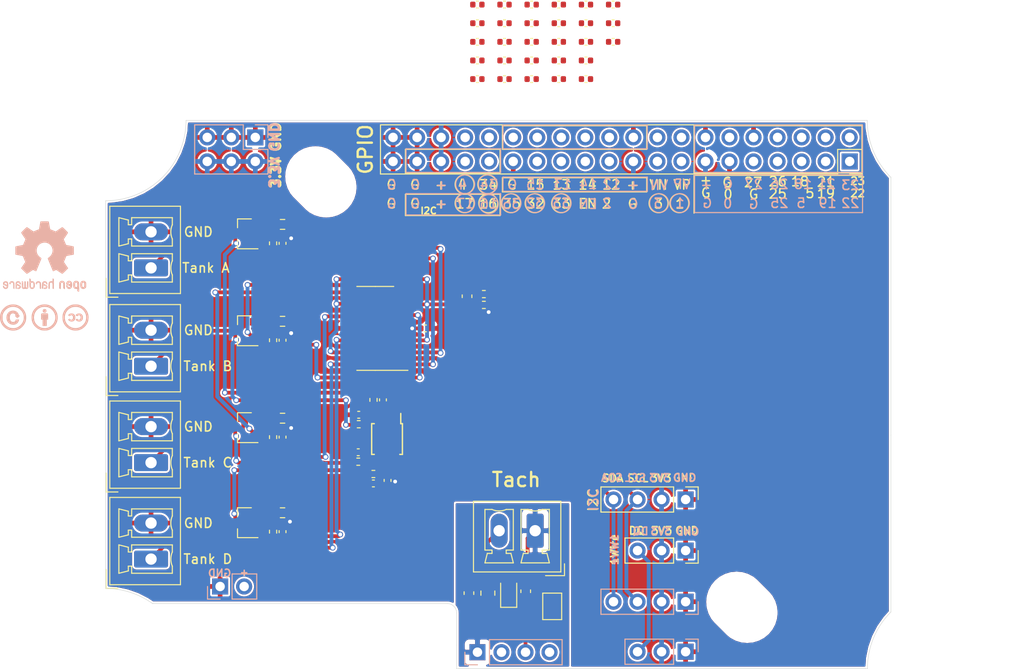
<source format=kicad_pcb>
(kicad_pcb (version 20171130) (host pcbnew "(5.1.9-0-10_14)")
  (title_block (title "Sailor Hat for ESP32") (date 2020-11-25) (rev 0.2.0) (company "Hat Laboratories") (comment 1 https://creativecommons.org/licenses/by-sa/4.0) (comment 2 "To view a copy of this license, visit ") (comment 3 "Sailor Hat for ESP32 is licensed under CC BY-SA 4.0."))
  (layers (0 F.Cu signal) (31 B.Cu signal) (34 B.Paste user) (35 F.Paste user) (36 B.SilkS user) (37 F.SilkS user) (38 B.Mask user) (39 F.Mask user) (44 Edge.Cuts user))
  (net 0 "")
  (net 1 GND)
  (net 2 +3V3)
  (net 3 "Net-(C401-Pad1)")
  (net 4 "Net-(C402-Pad1)")
  (net 5 "/Tank sender/Vin")
  (net 6 "Net-(C405-Pad1)")
  (net 7 "Net-(C406-Pad1)")
  (net 8 "/Tank sender/VadcA")
  (net 9 "/Tank sender/VadcB")
  (net 10 "/Tank sender/VadcC")
  (net 11 "/Tank sender/VadcD")
  (net 12 "Net-(C501-Pad1)")
  (net 13 /SDA)
  (net 14 /SCL)
  (net 15 "/Tank sender/VoutB")
  (net 16 "/Tank sender/VoutA")
  (net 17 "/Tank sender/VoutC")
  (net 18 "/Tank sender/VoutD")
  (net 19 "Net-(J501-Pad2)")
  (net 20 "Net-(Q401-Pad2)")
  (net 21 "Net-(Q401-Pad1)")
  (net 22 "Net-(Q402-Pad2)")
  (net 23 "Net-(Q402-Pad1)")
  (net 24 "Net-(Q403-Pad2)")
  (net 25 "Net-(Q403-Pad1)")
  (net 26 "Net-(Q404-Pad2)")
  (net 27 "Net-(Q404-Pad1)")
  (net 28 ISO_GND)
  (net 29 /ISO_IN)
  (net 30 /IOHeader/DQ)
  (module Connector_PinSocket_2.54mm:PinSocket_2x20_P2.54mm_Vertical (layer F.Cu) (at 167.64 61.341 270)
    (fp_text reference J301 hide)
    (fp_text value GPIO_bottom hide)
    (pad 40 thru_hole oval (at -2.54 48.26 270) (size 1.7 1.7) (drill 1) (layers *.Cu *.Mask) (net 1 GND))
    (pad 39 thru_hole oval (at 0 48.26 270) (size 1.7 1.7) (drill 1) (layers *.Cu *.Mask) (net 1 GND))
    (pad 38 thru_hole oval (at -2.54 45.72 270) (size 1.7 1.7) (drill 1) (layers *.Cu *.Mask) (net 1 GND))
    (pad 37 thru_hole oval (at 0 45.72 270) (size 1.7 1.7) (drill 1) (layers *.Cu *.Mask) (net 1 GND))
    (pad 36 thru_hole oval (at -2.54 43.18 270) (size 1.7 1.7) (drill 1) (layers *.Cu *.Mask) (net 2 +3V3))
    (pad 35 thru_hole oval (at 0 43.18 270) (size 1.7 1.7) (drill 1) (layers *.Cu *.Mask) (net 2 +3V3))
    (pad 34 thru_hole oval (at -2.54 40.64 270) (size 1.7 1.7) (drill 1) (layers *.Cu *.Mask))
    (pad 33 thru_hole oval (at 0 40.64 270) (size 1.7 1.7) (drill 1) (layers *.Cu *.Mask))
    (pad 32 thru_hole oval (at -2.54 38.1 270) (size 1.7 1.7) (drill 1) (layers *.Cu *.Mask))
    (pad 31 thru_hole oval (at 0 38.1 270) (size 1.7 1.7) (drill 1) (layers *.Cu *.Mask))
    (pad 30 thru_hole oval (at -2.54 35.56 270) (size 1.7 1.7) (drill 1) (layers *.Cu *.Mask))
    (pad 29 thru_hole oval (at 0 35.56 270) (size 1.7 1.7) (drill 1) (layers *.Cu *.Mask) (net 1 GND))
    (pad 28 thru_hole oval (at -2.54 33.02 270) (size 1.7 1.7) (drill 1) (layers *.Cu *.Mask))
    (pad 27 thru_hole oval (at 0 33.02 270) (size 1.7 1.7) (drill 1) (layers *.Cu *.Mask))
    (pad 26 thru_hole oval (at -2.54 30.48 270) (size 1.7 1.7) (drill 1) (layers *.Cu *.Mask))
    (pad 25 thru_hole oval (at 0 30.48 270) (size 1.7 1.7) (drill 1) (layers *.Cu *.Mask))
    (pad 24 thru_hole oval (at -2.54 27.94 270) (size 1.7 1.7) (drill 1) (layers *.Cu *.Mask))
    (pad 23 thru_hole oval (at 0 27.94 270) (size 1.7 1.7) (drill 1) (layers *.Cu *.Mask))
    (pad 22 thru_hole oval (at -2.54 25.4 270) (size 1.7 1.7) (drill 1) (layers *.Cu *.Mask))
    (pad 21 thru_hole oval (at 0 25.4 270) (size 1.7 1.7) (drill 1) (layers *.Cu *.Mask))
    (pad 20 thru_hole oval (at -2.54 22.86 270) (size 1.7 1.7) (drill 1) (layers *.Cu *.Mask) (net 1 GND))
    (pad 19 thru_hole oval (at 0 22.86 270) (size 1.7 1.7) (drill 1) (layers *.Cu *.Mask) (net 2 +3V3))
    (pad 18 thru_hole oval (at -2.54 20.32 270) (size 1.7 1.7) (drill 1) (layers *.Cu *.Mask))
    (pad 17 thru_hole oval (at 0 20.32 270) (size 1.7 1.7) (drill 1) (layers *.Cu *.Mask))
    (pad 16 thru_hole oval (at -2.54 17.78 270) (size 1.7 1.7) (drill 1) (layers *.Cu *.Mask))
    (pad 15 thru_hole oval (at 0 17.78 270) (size 1.7 1.7) (drill 1) (layers *.Cu *.Mask))
    (pad 14 thru_hole oval (at -2.54 15.24 270) (size 1.7 1.7) (drill 1) (layers *.Cu *.Mask) (net 1 GND))
    (pad 13 thru_hole oval (at 0 15.24 270) (size 1.7 1.7) (drill 1) (layers *.Cu *.Mask) (net 2 +3V3))
    (pad 12 thru_hole oval (at -2.54 12.7 270) (size 1.7 1.7) (drill 1) (layers *.Cu *.Mask))
    (pad 11 thru_hole oval (at 0 12.7 270) (size 1.7 1.7) (drill 1) (layers *.Cu *.Mask) (net 1 GND))
    (pad 10 thru_hole oval (at -2.54 10.16 270) (size 1.7 1.7) (drill 1) (layers *.Cu *.Mask) (net 1 GND))
    (pad 9 thru_hole oval (at 0 10.16 270) (size 1.7 1.7) (drill 1) (layers *.Cu *.Mask))
    (pad 8 thru_hole oval (at -2.54 7.62 270) (size 1.7 1.7) (drill 1) (layers *.Cu *.Mask))
    (pad 7 thru_hole oval (at 0 7.62 270) (size 1.7 1.7) (drill 1) (layers *.Cu *.Mask))
    (pad 6 thru_hole oval (at -2.54 5.08 270) (size 1.7 1.7) (drill 1) (layers *.Cu *.Mask))
    (pad 5 thru_hole oval (at 0 5.08 270) (size 1.7 1.7) (drill 1) (layers *.Cu *.Mask))
    (pad 4 thru_hole oval (at -2.54 2.54 270) (size 1.7 1.7) (drill 1) (layers *.Cu *.Mask))
    (pad 3 thru_hole oval (at 0 2.54 270) (size 1.7 1.7) (drill 1) (layers *.Cu *.Mask))
    (pad 2 thru_hole oval (at -2.54 0 270) (size 1.7 1.7) (drill 1) (layers *.Cu *.Mask))
    (pad 1 thru_hole rect (at 0 0 270) (size 1.7 1.7) (drill 1) (layers *.Cu *.Mask))
  )
  (module Connector_PinSocket_2.54mm:PinSocket_1x03_P2.54mm_Vertical (layer F.Cu) (at 150.3 102.5 270)
    (fp_text reference J307 hide)
    (fp_text value 1-Wire_top hide)
    (pad 3 thru_hole oval (at 0 5.08 270) (size 1.7 1.7) (drill 1) (layers *.Cu *.Mask) (net 30 /IOHeader/DQ))
    (pad 2 thru_hole oval (at 0 2.54 270) (size 1.7 1.7) (drill 1) (layers *.Cu *.Mask) (net 2 +3V3))
    (pad 1 thru_hole rect (at 0 0 270) (size 1.7 1.7) (drill 1) (layers *.Cu *.Mask) (net 1 GND))
  )
  (module Connector_PinHeader_2.54mm:PinHeader_1x04_P2.54mm_Vertical (layer F.Cu) (at 150.3 97.1 270)
    (fp_text reference J302 hide)
    (fp_text value I2C_top hide)
    (pad 4 thru_hole oval (at 0 7.62 270) (size 1.7 1.7) (drill 1) (layers *.Cu *.Mask) (net 13 /SDA))
    (pad 3 thru_hole oval (at 0 5.08 270) (size 1.7 1.7) (drill 1) (layers *.Cu *.Mask) (net 14 /SCL))
    (pad 2 thru_hole oval (at 0 2.54 270) (size 1.7 1.7) (drill 1) (layers *.Cu *.Mask) (net 2 +3V3))
    (pad 1 thru_hole rect (at 0 0 270) (size 1.7 1.7) (drill 1) (layers *.Cu *.Mask) (net 1 GND))
  )
  (module Connector_PinSocket_2.54mm:PinSocket_1x03_P2.54mm_Vertical (layer B.Cu) (at 150.3 113.2 90)
    (fp_text reference J308 hide)
    (fp_text value 1-Wire_bottom hide)
    (pad 3 thru_hole oval (at 0 -5.08 90) (size 1.7 1.7) (drill 1) (layers *.Cu *.Mask) (net 30 /IOHeader/DQ))
    (pad 2 thru_hole oval (at 0 -2.54 90) (size 1.7 1.7) (drill 1) (layers *.Cu *.Mask) (net 2 +3V3))
    (pad 1 thru_hole rect (at 0 0 90) (size 1.7 1.7) (drill 1) (layers *.Cu *.Mask) (net 1 GND))
  )
  (module Connector_PinSocket_2.54mm:PinSocket_1x04_P2.54mm_Vertical (layer B.Cu) (at 128.3 113.25 270)
    (fp_text reference J306 hide)
    (fp_text value Opto hide)
    (pad 4 thru_hole oval (at 0 -7.62 270) (size 1.7 1.7) (drill 1) (layers *.Cu *.Mask))
    (pad 3 thru_hole oval (at 0 -5.08 270) (size 1.7 1.7) (drill 1) (layers *.Cu *.Mask) (net 29 /ISO_IN))
    (pad 2 thru_hole oval (at 0 -2.54 270) (size 1.7 1.7) (drill 1) (layers *.Cu *.Mask))
    (pad 1 thru_hole rect (at 0 0 270) (size 1.7 1.7) (drill 1) (layers *.Cu *.Mask) (net 28 ISO_GND))
  )
  (module Connector_PinSocket_2.54mm:PinSocket_2x03_P2.54mm_Vertical (layer B.Cu) (at 104.82 58.8 90)
    (fp_text reference J305 hide)
    (fp_text value Power hide)
    (pad 6 thru_hole oval (at -2.54 -5.08 90) (size 1.7 1.7) (drill 1) (layers *.Cu *.Mask) (net 2 +3V3))
    (pad 5 thru_hole oval (at 0 -5.08 90) (size 1.7 1.7) (drill 1) (layers *.Cu *.Mask) (net 1 GND))
    (pad 4 thru_hole oval (at -2.54 -2.54 90) (size 1.7 1.7) (drill 1) (layers *.Cu *.Mask) (net 2 +3V3))
    (pad 3 thru_hole oval (at 0 -2.54 90) (size 1.7 1.7) (drill 1) (layers *.Cu *.Mask) (net 1 GND))
    (pad 2 thru_hole oval (at -2.54 0 90) (size 1.7 1.7) (drill 1) (layers *.Cu *.Mask) (net 2 +3V3))
    (pad 1 thru_hole rect (at 0 0 90) (size 1.7 1.7) (drill 1) (layers *.Cu *.Mask) (net 1 GND))
  )
  (module Connector_PinSocket_2.54mm:PinSocket_1x02_P2.54mm_Vertical (layer B.Cu) (at 101.1 106.3 270)
    (fp_text reference J304 hide)
    (fp_text value Vin_Prot hide)
    (pad 2 thru_hole oval (at 0 -2.54 270) (size 1.7 1.7) (drill 1) (layers *.Cu *.Mask))
    (pad 1 thru_hole rect (at 0 0 270) (size 1.7 1.7) (drill 1) (layers *.Cu *.Mask) (net 1 GND))
  )
  (module Package_SO:TSSOP-10_3x3mm_P0.5mm (layer F.Cu) (at 118.743 90.702 270)
    (fp_text reference U402 hide)
    (fp_text value ADS1115IDGS hide)
    (pad 10 smd rect (at 2.15 -1 270) (size 1.1 0.25) (layers F.Cu F.Paste F.Mask) (net 14 /SCL))
    (pad 9 smd rect (at 2.15 -0.5 270) (size 1.1 0.25) (layers F.Cu F.Paste F.Mask) (net 13 /SDA))
    (pad 8 smd rect (at 2.15 0 270) (size 1.1 0.25) (layers F.Cu F.Paste F.Mask) (net 2 +3V3))
    (pad 7 smd rect (at 2.15 0.5 270) (size 1.1 0.25) (layers F.Cu F.Paste F.Mask) (net 11 "/Tank sender/VadcD"))
    (pad 6 smd rect (at 2.15 1 270) (size 1.1 0.25) (layers F.Cu F.Paste F.Mask) (net 10 "/Tank sender/VadcC"))
    (pad 5 smd rect (at -2.15 1 270) (size 1.1 0.25) (layers F.Cu F.Paste F.Mask) (net 9 "/Tank sender/VadcB"))
    (pad 4 smd rect (at -2.15 0.5 270) (size 1.1 0.25) (layers F.Cu F.Paste F.Mask) (net 8 "/Tank sender/VadcA"))
    (pad 3 smd rect (at -2.15 0 270) (size 1.1 0.25) (layers F.Cu F.Paste F.Mask) (net 1 GND))
    (pad 2 smd rect (at -2.15 -0.5 270) (size 1.1 0.25) (layers F.Cu F.Paste F.Mask))
    (pad 1 smd rect (at -2.15 -1 270) (size 1.1 0.25) (layers F.Cu F.Paste F.Mask) (net 1 GND))
  )
  (module Package_SO:SOIC-14_3.9x8.7mm_P1.27mm (layer F.Cu) (at 117.5 79 180)
    (fp_text reference U401 hide)
    (fp_text value LMV324 hide)
    (pad 14 smd roundrect (at 2.475 -3.81 180) (size 1.95 0.6) (layers F.Cu F.Paste F.Mask) (net 27 "Net-(Q404-Pad1)"))
    (pad 13 smd roundrect (at 2.475 -2.54 180) (size 1.95 0.6) (layers F.Cu F.Paste F.Mask) (net 5 "/Tank sender/Vin"))
    (pad 12 smd roundrect (at 2.475 -1.27 180) (size 1.95 0.6) (layers F.Cu F.Paste F.Mask) (net 7 "Net-(C406-Pad1)"))
    (pad 11 smd roundrect (at 2.475 0 180) (size 1.95 0.6) (layers F.Cu F.Paste F.Mask) (net 1 GND))
    (pad 10 smd roundrect (at 2.475 1.27 180) (size 1.95 0.6) (layers F.Cu F.Paste F.Mask) (net 6 "Net-(C405-Pad1)"))
    (pad 9 smd roundrect (at 2.475 2.54 180) (size 1.95 0.6) (layers F.Cu F.Paste F.Mask) (net 5 "/Tank sender/Vin"))
    (pad 8 smd roundrect (at 2.475 3.81 180) (size 1.95 0.6) (layers F.Cu F.Paste F.Mask) (net 25 "Net-(Q403-Pad1)"))
    (pad 7 smd roundrect (at -2.475 3.81 180) (size 1.95 0.6) (layers F.Cu F.Paste F.Mask) (net 23 "Net-(Q402-Pad1)"))
    (pad 6 smd roundrect (at -2.475 2.54 180) (size 1.95 0.6) (layers F.Cu F.Paste F.Mask) (net 5 "/Tank sender/Vin"))
    (pad 5 smd roundrect (at -2.475 1.27 180) (size 1.95 0.6) (layers F.Cu F.Paste F.Mask) (net 4 "Net-(C402-Pad1)"))
    (pad 4 smd roundrect (at -2.475 0 180) (size 1.95 0.6) (layers F.Cu F.Paste F.Mask) (net 2 +3V3))
    (pad 3 smd roundrect (at -2.475 -1.27 180) (size 1.95 0.6) (layers F.Cu F.Paste F.Mask) (net 5 "/Tank sender/Vin"))
    (pad 2 smd roundrect (at -2.475 -2.54 180) (size 1.95 0.6) (layers F.Cu F.Paste F.Mask) (net 3 "Net-(C401-Pad1)"))
    (pad 1 smd roundrect (at -2.475 -3.81 180) (size 1.95 0.6) (layers F.Cu F.Paste F.Mask) (net 21 "Net-(Q401-Pad1)"))
  )
  (module Resistor_SMD:R_0805_2012Metric (layer F.Cu) (at 129.4 107 90)
    (fp_text reference R501 hide)
    (fp_text value 3.3k hide)
    (pad 2 smd roundrect (at 0.9125 0 90) (size 1.025 1.4) (layers F.Cu F.Paste F.Mask) (roundrect_rratio 0.243902) (net 19 "Net-(J501-Pad2)"))
    (pad 1 smd roundrect (at -0.9125 0 90) (size 1.025 1.4) (layers F.Cu F.Paste F.Mask) (roundrect_rratio 0.243902) (net 29 /ISO_IN))
  )
  (module Resistor_SMD:R_0402_1005Metric (layer F.Cu) (at 117.3 94.4 180)
    (fp_text reference R414 hide)
    (fp_text value 1.5k hide)
    (pad 2 smd roundrect (at 0.51 0 180) (size 0.54 0.64) (layers F.Cu F.Paste F.Mask) (net 18 "/Tank sender/VoutD"))
    (pad 1 smd roundrect (at -0.51 0 180) (size 0.54 0.64) (layers F.Cu F.Paste F.Mask) (net 11 "/Tank sender/VadcD"))
  )
  (module Resistor_SMD:R_0402_1005Metric (layer F.Cu) (at 115.7 93.1 180)
    (fp_text reference R413 hide)
    (fp_text value 1.5k hide)
    (pad 2 smd roundrect (at 0.51 0 180) (size 0.54 0.64) (layers F.Cu F.Paste F.Mask) (net 17 "/Tank sender/VoutC"))
    (pad 1 smd roundrect (at -0.51 0 180) (size 0.54 0.64) (layers F.Cu F.Paste F.Mask) (net 10 "/Tank sender/VadcC"))
  )
  (module Resistor_SMD:R_0402_1005Metric (layer F.Cu) (at 115.752 89.137 180)
    (fp_text reference R412 hide)
    (fp_text value 1.5k hide)
    (pad 2 smd roundrect (at 0.51 0 180) (size 0.54 0.64) (layers F.Cu F.Paste F.Mask) (net 15 "/Tank sender/VoutB"))
    (pad 1 smd roundrect (at -0.51 0 180) (size 0.54 0.64) (layers F.Cu F.Paste F.Mask) (net 9 "/Tank sender/VadcB"))
  )
  (module Resistor_SMD:R_0402_1005Metric (layer F.Cu) (at 117.312 86.561 90)
    (fp_text reference R411 hide)
    (fp_text value 1.5k hide)
    (pad 2 smd roundrect (at 0.51 0 90) (size 0.54 0.64) (layers F.Cu F.Paste F.Mask) (net 16 "/Tank sender/VoutA"))
    (pad 1 smd roundrect (at -0.51 0 90) (size 0.54 0.64) (layers F.Cu F.Paste F.Mask) (net 8 "/Tank sender/VadcA"))
  )
  (module Resistor_SMD:R_0603_1608Metric (layer F.Cu) (at 107.7 98.5 180)
    (fp_text reference R410 hide)
    (fp_text value 30 hide)
    (pad 2 smd roundrect (at 0.825 0 180) (size 0.8 0.95) (layers F.Cu F.Paste F.Mask) (net 26 "Net-(Q404-Pad2)"))
    (pad 1 smd roundrect (at -0.825 0 180) (size 0.8 0.95) (layers F.Cu F.Paste F.Mask) (net 2 +3V3))
  )
  (module Resistor_SMD:R_0603_1608Metric (layer F.Cu) (at 107.7 88.5 180)
    (fp_text reference R409 hide)
    (fp_text value 30 hide)
    (pad 2 smd roundrect (at 0.825 0 180) (size 0.8 0.95) (layers F.Cu F.Paste F.Mask) (net 24 "Net-(Q403-Pad2)"))
    (pad 1 smd roundrect (at -0.825 0 180) (size 0.8 0.95) (layers F.Cu F.Paste F.Mask) (net 2 +3V3))
  )
  (module Resistor_SMD:R_0402_1005Metric (layer F.Cu) (at 106.7 100.5 270)
    (fp_text reference R408 hide)
    (fp_text value 1k hide)
    (pad 2 smd roundrect (at 0.51 0 270) (size 0.54 0.64) (layers F.Cu F.Paste F.Mask) (net 7 "Net-(C406-Pad1)"))
    (pad 1 smd roundrect (at -0.51 0 270) (size 0.54 0.64) (layers F.Cu F.Paste F.Mask) (net 26 "Net-(Q404-Pad2)"))
  )
  (module Resistor_SMD:R_0402_1005Metric (layer F.Cu) (at 106.7 90.5 270)
    (fp_text reference R407 hide)
    (fp_text value 1k hide)
    (pad 2 smd roundrect (at 0.51 0 270) (size 0.54 0.64) (layers F.Cu F.Paste F.Mask) (net 6 "Net-(C405-Pad1)"))
    (pad 1 smd roundrect (at -0.51 0 270) (size 0.54 0.64) (layers F.Cu F.Paste F.Mask) (net 24 "Net-(Q403-Pad2)"))
  )
  (module Resistor_SMD:R_0402_1005Metric (layer F.Cu) (at 128.977 75.372)
    (fp_text reference R406 hide)
    (fp_text value 10k hide)
    (pad 2 smd roundrect (at 0.51 0) (size 0.54 0.64) (layers F.Cu F.Paste F.Mask) (net 1 GND))
    (pad 1 smd roundrect (at -0.51 0) (size 0.54 0.64) (layers F.Cu F.Paste F.Mask) (net 5 "/Tank sender/Vin"))
  )
  (module Resistor_SMD:R_0402_1005Metric (layer F.Cu) (at 128.977 76.515 180)
    (fp_text reference R405 hide)
    (fp_text value 1k hide)
    (pad 2 smd roundrect (at 0.51 0 180) (size 0.54 0.64) (layers F.Cu F.Paste F.Mask) (net 5 "/Tank sender/Vin"))
    (pad 1 smd roundrect (at -0.51 0 180) (size 0.54 0.64) (layers F.Cu F.Paste F.Mask) (net 2 +3V3))
  )
  (module Resistor_SMD:R_0603_1608Metric (layer F.Cu) (at 107.7 78.25 180)
    (fp_text reference R404 hide)
    (fp_text value 30 hide)
    (pad 2 smd roundrect (at 0.825 0 180) (size 0.8 0.95) (layers F.Cu F.Paste F.Mask) (net 22 "Net-(Q402-Pad2)"))
    (pad 1 smd roundrect (at -0.825 0 180) (size 0.8 0.95) (layers F.Cu F.Paste F.Mask) (net 2 +3V3))
  )
  (module Resistor_SMD:R_0603_1608Metric (layer F.Cu) (at 107.7 68 180)
    (fp_text reference R403 hide)
    (fp_text value 30 hide)
    (pad 2 smd roundrect (at 0.825 0 180) (size 0.8 0.95) (layers F.Cu F.Paste F.Mask) (net 20 "Net-(Q401-Pad2)"))
    (pad 1 smd roundrect (at -0.825 0 180) (size 0.8 0.95) (layers F.Cu F.Paste F.Mask) (net 2 +3V3))
  )
  (module Resistor_SMD:R_0402_1005Metric (layer F.Cu) (at 106.7 80.25 270)
    (fp_text reference R402 hide)
    (fp_text value 1k hide)
    (pad 2 smd roundrect (at 0.51 0 270) (size 0.54 0.64) (layers F.Cu F.Paste F.Mask) (net 4 "Net-(C402-Pad1)"))
    (pad 1 smd roundrect (at -0.51 0 270) (size 0.54 0.64) (layers F.Cu F.Paste F.Mask) (net 22 "Net-(Q402-Pad2)"))
  )
  (module Resistor_SMD:R_0402_1005Metric (layer F.Cu) (at 106.7 70 270)
    (fp_text reference R401 hide)
    (fp_text value 1k hide)
    (pad 2 smd roundrect (at 0.51 0 270) (size 0.54 0.64) (layers F.Cu F.Paste F.Mask) (net 3 "Net-(C401-Pad1)"))
    (pad 1 smd roundrect (at -0.51 0 270) (size 0.54 0.64) (layers F.Cu F.Paste F.Mask) (net 20 "Net-(Q401-Pad2)"))
  )
  (module Package_TO_SOT_SMD:SOT-23 (layer F.Cu) (at 103.7 99.55 180)
    (fp_text reference Q404 hide)
    (fp_text value S9015 hide)
    (pad 3 smd rect (at 1 0 180) (size 0.9 0.8) (layers F.Cu F.Paste F.Mask) (net 18 "/Tank sender/VoutD"))
    (pad 2 smd rect (at -1 0.95 180) (size 0.9 0.8) (layers F.Cu F.Paste F.Mask) (net 26 "Net-(Q404-Pad2)"))
    (pad 1 smd rect (at -1 -0.95 180) (size 0.9 0.8) (layers F.Cu F.Paste F.Mask) (net 27 "Net-(Q404-Pad1)"))
  )
  (module Package_TO_SOT_SMD:SOT-23 (layer F.Cu) (at 103.7 89.5 180)
    (fp_text reference Q403 hide)
    (fp_text value S9015 hide)
    (pad 3 smd rect (at 1 0 180) (size 0.9 0.8) (layers F.Cu F.Paste F.Mask) (net 17 "/Tank sender/VoutC"))
    (pad 2 smd rect (at -1 0.95 180) (size 0.9 0.8) (layers F.Cu F.Paste F.Mask) (net 24 "Net-(Q403-Pad2)"))
    (pad 1 smd rect (at -1 -0.95 180) (size 0.9 0.8) (layers F.Cu F.Paste F.Mask) (net 25 "Net-(Q403-Pad1)"))
  )
  (module Package_TO_SOT_SMD:SOT-23 (layer F.Cu) (at 103.7 79.25 180)
    (fp_text reference Q402 hide)
    (fp_text value S9015 hide)
    (pad 3 smd rect (at 1 0 180) (size 0.9 0.8) (layers F.Cu F.Paste F.Mask) (net 15 "/Tank sender/VoutB"))
    (pad 2 smd rect (at -1 0.95 180) (size 0.9 0.8) (layers F.Cu F.Paste F.Mask) (net 22 "Net-(Q402-Pad2)"))
    (pad 1 smd rect (at -1 -0.95 180) (size 0.9 0.8) (layers F.Cu F.Paste F.Mask) (net 23 "Net-(Q402-Pad1)"))
  )
  (module Package_TO_SOT_SMD:SOT-23 (layer F.Cu) (at 103.7 69 180)
    (fp_text reference Q401 hide)
    (fp_text value S9015 hide)
    (pad 3 smd rect (at 1 0 180) (size 0.9 0.8) (layers F.Cu F.Paste F.Mask) (net 16 "/Tank sender/VoutA"))
    (pad 2 smd rect (at -1 0.95 180) (size 0.9 0.8) (layers F.Cu F.Paste F.Mask) (net 20 "Net-(Q401-Pad2)"))
    (pad 1 smd rect (at -1 -0.95 180) (size 0.9 0.8) (layers F.Cu F.Paste F.Mask) (net 21 "Net-(Q401-Pad1)"))
  )
  (module Jumper:SolderJumper-2_P1.3mm_Open_Pad1.0x1.5mm (layer F.Cu) (at 136.2 108.4 270)
    (fp_text reference JP501 hide)
    (fp_text value SolderJumper_2_Open hide)
    (pad 1 smd rect (at -0.65 0 270) (size 1 1.5) (layers F.Cu F.Mask) (net 12 "Net-(C501-Pad1)"))
    (pad 2 smd rect (at 0.65 0 270) (size 1 1.5) (layers F.Cu F.Mask) (net 29 /ISO_IN))
  )
  (module Connector_Phoenix_MC:PhoenixContact_MCV_1,5_2-G-3.81_1x02_P3.81mm_Vertical (layer F.Cu) (at 134.4 100.4 180)
    (fp_text reference J501 hide)
    (fp_text value Conn_01x02 hide)
    (pad 2 thru_hole oval (at 3.81 0 180) (size 1.8 3.6) (drill 1.2) (layers *.Cu *.Mask) (net 19 "Net-(J501-Pad2)"))
    (pad 1 thru_hole roundrect (at 0 0 180) (size 1.8 3.6) (drill 1.2) (layers *.Cu *.Mask) (roundrect_rratio 0.138889) (net 28 ISO_GND))
  )
  (module Connector_Phoenix_MC:PhoenixContact_MCV_1,5_2-G-3.81_1x02_P3.81mm_Vertical (layer F.Cu) (at 93.8 103.4 90)
    (fp_text reference J404 hide)
    (fp_text value Conn_01x02 hide)
    (pad 2 thru_hole oval (at 3.81 0 90) (size 1.8 3.6) (drill 1.2) (layers *.Cu *.Mask) (net 1 GND))
    (pad 1 thru_hole roundrect (at 0 0 90) (size 1.8 3.6) (drill 1.2) (layers *.Cu *.Mask) (roundrect_rratio 0.138889) (net 18 "/Tank sender/VoutD"))
  )
  (module Connector_Phoenix_MC:PhoenixContact_MCV_1,5_2-G-3.81_1x02_P3.81mm_Vertical (layer F.Cu) (at 93.8 93.2 90)
    (fp_text reference J403 hide)
    (fp_text value Conn_01x02 hide)
    (pad 2 thru_hole oval (at 3.81 0 90) (size 1.8 3.6) (drill 1.2) (layers *.Cu *.Mask) (net 1 GND))
    (pad 1 thru_hole roundrect (at 0 0 90) (size 1.8 3.6) (drill 1.2) (layers *.Cu *.Mask) (roundrect_rratio 0.138889) (net 17 "/Tank sender/VoutC"))
  )
  (module Connector_Phoenix_MC:PhoenixContact_MCV_1,5_2-G-3.81_1x02_P3.81mm_Vertical (layer F.Cu) (at 93.8 72.6 90)
    (fp_text reference J402 hide)
    (fp_text value Conn_01x02 hide)
    (pad 2 thru_hole oval (at 3.81 0 90) (size 1.8 3.6) (drill 1.2) (layers *.Cu *.Mask) (net 1 GND))
    (pad 1 thru_hole roundrect (at 0 0 90) (size 1.8 3.6) (drill 1.2) (layers *.Cu *.Mask) (roundrect_rratio 0.138889) (net 16 "/Tank sender/VoutA"))
  )
  (module Connector_Phoenix_MC:PhoenixContact_MCV_1,5_2-G-3.81_1x02_P3.81mm_Vertical (layer F.Cu) (at 93.8 83 90)
    (fp_text reference J401 hide)
    (fp_text value Conn_01x02 hide)
    (pad 2 thru_hole oval (at 3.81 0 90) (size 1.8 3.6) (drill 1.2) (layers *.Cu *.Mask) (net 1 GND))
    (pad 1 thru_hole roundrect (at 0 0 90) (size 1.8 3.6) (drill 1.2) (layers *.Cu *.Mask) (roundrect_rratio 0.138889) (net 15 "/Tank sender/VoutB"))
  )
  (module Diode_SMD:D_SOD-323 (layer F.Cu) (at 131.6 107 90)
    (fp_text reference D501 hide)
    (fp_text value BZT52C16S hide)
    (pad 2 smd rect (at 1.05 0 90) (size 0.6 0.45) (layers F.Cu F.Paste F.Mask) (net 28 ISO_GND))
    (pad 1 smd rect (at -1.05 0 90) (size 0.6 0.45) (layers F.Cu F.Paste F.Mask) (net 29 /ISO_IN))
  )
  (module Capacitor_SMD:C_0603_1608Metric (layer F.Cu) (at 127.4 107 90)
    (fp_text reference C502 hide)
    (fp_text value 4.7nF hide)
    (pad 2 smd roundrect (at 0.775 0 90) (size 0.9 0.95) (layers F.Cu F.Paste F.Mask) (net 28 ISO_GND))
    (pad 1 smd roundrect (at -0.775 0 90) (size 0.9 0.95) (layers F.Cu F.Paste F.Mask) (net 29 /ISO_IN))
  )
  (module Capacitor_SMD:C_0603_1608Metric (layer F.Cu) (at 133.4 106.8 90)
    (fp_text reference C501 hide)
    (fp_text value 47nF hide)
    (pad 2 smd roundrect (at 0.775 0 90) (size 0.9 0.95) (layers F.Cu F.Paste F.Mask) (net 28 ISO_GND))
    (pad 1 smd roundrect (at -0.775 0 90) (size 0.9 0.95) (layers F.Cu F.Paste F.Mask) (net 12 "Net-(C501-Pad1)"))
  )
  (module Capacitor_SMD:C_0402_1005Metric (layer F.Cu) (at 118.8 95.08 270)
    (fp_text reference C411 hide)
    (fp_text value 100nF hide)
    (pad 2 smd roundrect (at 0.48 0 270) (size 0.56 0.62) (layers F.Cu F.Paste F.Mask) (net 1 GND))
    (pad 1 smd roundrect (at -0.48 0 270) (size 0.56 0.62) (layers F.Cu F.Paste F.Mask) (net 2 +3V3))
  )
  (module Capacitor_SMD:C_0402_1005Metric (layer F.Cu) (at 117.3 95.4 180)
    (fp_text reference C410 hide)
    (fp_text value 1uF hide)
    (pad 2 smd roundrect (at 0.48 0 180) (size 0.56 0.62) (layers F.Cu F.Paste F.Mask) (net 1 GND))
    (pad 1 smd roundrect (at -0.48 0 180) (size 0.56 0.62) (layers F.Cu F.Paste F.Mask) (net 11 "/Tank sender/VadcD"))
  )
  (module Capacitor_SMD:C_0402_1005Metric (layer F.Cu) (at 115.7 92.1 180)
    (fp_text reference C409 hide)
    (fp_text value 1uF hide)
    (pad 2 smd roundrect (at 0.48 0 180) (size 0.56 0.62) (layers F.Cu F.Paste F.Mask) (net 1 GND))
    (pad 1 smd roundrect (at -0.48 0 180) (size 0.56 0.62) (layers F.Cu F.Paste F.Mask) (net 10 "/Tank sender/VadcC"))
  )
  (module Capacitor_SMD:C_0402_1005Metric (layer F.Cu) (at 115.752 88.137 180)
    (fp_text reference C408 hide)
    (fp_text value 1uF hide)
    (pad 2 smd roundrect (at 0.48 0 180) (size 0.56 0.62) (layers F.Cu F.Paste F.Mask) (net 1 GND))
    (pad 1 smd roundrect (at -0.48 0 180) (size 0.56 0.62) (layers F.Cu F.Paste F.Mask) (net 9 "/Tank sender/VadcB"))
  )
  (module Capacitor_SMD:C_0402_1005Metric (layer F.Cu) (at 118.312 86.561 90)
    (fp_text reference C407 hide)
    (fp_text value 1uF hide)
    (pad 2 smd roundrect (at 0.48 0 90) (size 0.56 0.62) (layers F.Cu F.Paste F.Mask) (net 1 GND))
    (pad 1 smd roundrect (at -0.48 0 90) (size 0.56 0.62) (layers F.Cu F.Paste F.Mask) (net 8 "/Tank sender/VadcA"))
  )
  (module Capacitor_SMD:C_0402_1005Metric (layer F.Cu) (at 107.7 100.5 90)
    (fp_text reference C406 hide)
    (fp_text value 100nF hide)
    (pad 2 smd roundrect (at 0.48 0 90) (size 0.56 0.62) (layers F.Cu F.Paste F.Mask) (net 2 +3V3))
    (pad 1 smd roundrect (at -0.48 0 90) (size 0.56 0.62) (layers F.Cu F.Paste F.Mask) (net 7 "Net-(C406-Pad1)"))
  )
  (module Capacitor_SMD:C_0402_1005Metric (layer F.Cu) (at 107.7 90.5 90)
    (fp_text reference C405 hide)
    (fp_text value 100nF hide)
    (pad 2 smd roundrect (at 0.48 0 90) (size 0.56 0.62) (layers F.Cu F.Paste F.Mask) (net 2 +3V3))
    (pad 1 smd roundrect (at -0.48 0 90) (size 0.56 0.62) (layers F.Cu F.Paste F.Mask) (net 6 "Net-(C405-Pad1)"))
  )
  (module Capacitor_SMD:C_0603_1608Metric (layer F.Cu) (at 127.2 75.6 90)
    (fp_text reference C404 hide)
    (fp_text value 68nF hide)
    (pad 2 smd roundrect (at 0.775 0 90) (size 0.9 0.95) (layers F.Cu F.Paste F.Mask) (net 1 GND))
    (pad 1 smd roundrect (at -0.775 0 90) (size 0.9 0.95) (layers F.Cu F.Paste F.Mask) (net 5 "/Tank sender/Vin"))
  )
  (module Capacitor_SMD:C_0402_1005Metric (layer F.Cu) (at 122.8 79)
    (fp_text reference C403 hide)
    (fp_text value 100nF hide)
    (pad 2 smd roundrect (at 0.48 0) (size 0.56 0.62) (layers F.Cu F.Paste F.Mask) (net 1 GND))
    (pad 1 smd roundrect (at -0.48 0) (size 0.56 0.62) (layers F.Cu F.Paste F.Mask) (net 2 +3V3))
  )
  (module Capacitor_SMD:C_0402_1005Metric (layer F.Cu) (at 107.7 80.25 90)
    (fp_text reference C402 hide)
    (fp_text value 100nF hide)
    (pad 2 smd roundrect (at 0.48 0 90) (size 0.56 0.62) (layers F.Cu F.Paste F.Mask) (net 2 +3V3))
    (pad 1 smd roundrect (at -0.48 0 90) (size 0.56 0.62) (layers F.Cu F.Paste F.Mask) (net 4 "Net-(C402-Pad1)"))
  )
  (module Capacitor_SMD:C_0402_1005Metric (layer F.Cu) (at 107.7 70 90)
    (fp_text reference C401 hide)
    (fp_text value 100nF hide)
    (pad 2 smd roundrect (at 0.48 0 90) (size 0.56 0.62) (layers F.Cu F.Paste F.Mask) (net 2 +3V3))
    (pad 1 smd roundrect (at -0.48 0 90) (size 0.56 0.62) (layers F.Cu F.Paste F.Mask) (net 3 "Net-(C401-Pad1)"))
  )
  (module Connector_PinHeader_2.54mm:PinHeader_1x04_P2.54mm_Vertical (layer B.Cu) (at 150.3 107.91 90)
    (fp_text reference J303 hide)
    (fp_text value I2C_bottom hide)
    (pad 4 thru_hole oval (at 0 -7.62 90) (size 1.7 1.7) (drill 1) (layers *.Cu *.Mask) (net 13 /SDA))
    (pad 3 thru_hole oval (at 0 -5.08 90) (size 1.7 1.7) (drill 1) (layers *.Cu *.Mask) (net 14 /SCL))
    (pad 2 thru_hole oval (at 0 -2.54 90) (size 1.7 1.7) (drill 1) (layers *.Cu *.Mask) (net 2 +3V3))
    (pad 1 thru_hole rect (at 0 0 90) (size 1.7 1.7) (drill 1) (layers *.Cu *.Mask) (net 1 GND))
  )
  (module Capacitor_SMD:C_0402_1005Metric (layer F.Cu) (at 142.64 46.72)
    (fp_text reference C228 hide)
    (fp_text value 100nF hide)
    (pad 2 smd roundrect (at 0.48 0) (size 0.56 0.62) (layers F.Cu F.Paste F.Mask) (net 2 +3V3))
    (pad 1 smd roundrect (at -0.48 0) (size 0.56 0.62) (layers F.Cu F.Paste F.Mask) (net 1 GND))
  )
  (module Capacitor_SMD:C_0402_1005Metric (layer F.Cu) (at 139.77 48.69)
    (fp_text reference C227 hide)
    (fp_text value 100nF hide)
    (pad 2 smd roundrect (at 0.48 0) (size 0.56 0.62) (layers F.Cu F.Paste F.Mask) (net 2 +3V3))
    (pad 1 smd roundrect (at -0.48 0) (size 0.56 0.62) (layers F.Cu F.Paste F.Mask) (net 1 GND))
  )
  (module Capacitor_SMD:C_0402_1005Metric (layer F.Cu) (at 136.9 50.66)
    (fp_text reference C226 hide)
    (fp_text value 100nF hide)
    (pad 2 smd roundrect (at 0.48 0) (size 0.56 0.62) (layers F.Cu F.Paste F.Mask) (net 2 +3V3))
    (pad 1 smd roundrect (at -0.48 0) (size 0.56 0.62) (layers F.Cu F.Paste F.Mask) (net 1 GND))
  )
  (module Capacitor_SMD:C_0402_1005Metric (layer F.Cu) (at 134.03 52.63)
    (fp_text reference C225 hide)
    (fp_text value 100nF hide)
    (pad 2 smd roundrect (at 0.48 0) (size 0.56 0.62) (layers F.Cu F.Paste F.Mask) (net 2 +3V3))
    (pad 1 smd roundrect (at -0.48 0) (size 0.56 0.62) (layers F.Cu F.Paste F.Mask) (net 1 GND))
  )
  (module Capacitor_SMD:C_0402_1005Metric (layer F.Cu) (at 142.64 44.75)
    (fp_text reference C224 hide)
    (fp_text value 100nF hide)
    (pad 2 smd roundrect (at 0.48 0) (size 0.56 0.62) (layers F.Cu F.Paste F.Mask) (net 2 +3V3))
    (pad 1 smd roundrect (at -0.48 0) (size 0.56 0.62) (layers F.Cu F.Paste F.Mask) (net 1 GND))
  )
  (module Capacitor_SMD:C_0402_1005Metric (layer F.Cu) (at 139.77 46.72)
    (fp_text reference C223 hide)
    (fp_text value 100nF hide)
    (pad 2 smd roundrect (at 0.48 0) (size 0.56 0.62) (layers F.Cu F.Paste F.Mask) (net 2 +3V3))
    (pad 1 smd roundrect (at -0.48 0) (size 0.56 0.62) (layers F.Cu F.Paste F.Mask) (net 1 GND))
  )
  (module Capacitor_SMD:C_0402_1005Metric (layer F.Cu) (at 136.9 48.69)
    (fp_text reference C222 hide)
    (fp_text value 100nF hide)
    (pad 2 smd roundrect (at 0.48 0) (size 0.56 0.62) (layers F.Cu F.Paste F.Mask) (net 2 +3V3))
    (pad 1 smd roundrect (at -0.48 0) (size 0.56 0.62) (layers F.Cu F.Paste F.Mask) (net 1 GND))
  )
  (module Capacitor_SMD:C_0402_1005Metric (layer F.Cu) (at 134.03 50.66)
    (fp_text reference C221 hide)
    (fp_text value 100nF hide)
    (pad 2 smd roundrect (at 0.48 0) (size 0.56 0.62) (layers F.Cu F.Paste F.Mask) (net 2 +3V3))
    (pad 1 smd roundrect (at -0.48 0) (size 0.56 0.62) (layers F.Cu F.Paste F.Mask) (net 1 GND))
  )
  (module Capacitor_SMD:C_0402_1005Metric (layer F.Cu) (at 131.16 52.63)
    (fp_text reference C220 hide)
    (fp_text value 100nF hide)
    (pad 2 smd roundrect (at 0.48 0) (size 0.56 0.62) (layers F.Cu F.Paste F.Mask) (net 2 +3V3))
    (pad 1 smd roundrect (at -0.48 0) (size 0.56 0.62) (layers F.Cu F.Paste F.Mask) (net 1 GND))
  )
  (module Capacitor_SMD:C_0402_1005Metric (layer F.Cu) (at 139.77 44.75)
    (fp_text reference C219 hide)
    (fp_text value 100nF hide)
    (pad 2 smd roundrect (at 0.48 0) (size 0.56 0.62) (layers F.Cu F.Paste F.Mask) (net 2 +3V3))
    (pad 1 smd roundrect (at -0.48 0) (size 0.56 0.62) (layers F.Cu F.Paste F.Mask) (net 1 GND))
  )
  (module Capacitor_SMD:C_0402_1005Metric (layer F.Cu) (at 136.9 46.72)
    (fp_text reference C218 hide)
    (fp_text value 100nF hide)
    (pad 2 smd roundrect (at 0.48 0) (size 0.56 0.62) (layers F.Cu F.Paste F.Mask) (net 2 +3V3))
    (pad 1 smd roundrect (at -0.48 0) (size 0.56 0.62) (layers F.Cu F.Paste F.Mask) (net 1 GND))
  )
  (module Capacitor_SMD:C_0402_1005Metric (layer F.Cu) (at 139.77 52.63)
    (fp_text reference C217 hide)
    (fp_text value 100nF hide)
    (pad 2 smd roundrect (at 0.48 0) (size 0.56 0.62) (layers F.Cu F.Paste F.Mask) (net 2 +3V3))
    (pad 1 smd roundrect (at -0.48 0) (size 0.56 0.62) (layers F.Cu F.Paste F.Mask) (net 1 GND))
  )
  (module Capacitor_SMD:C_0402_1005Metric (layer F.Cu) (at 131.16 50.66)
    (fp_text reference C216 hide)
    (fp_text value 100nF hide)
    (pad 2 smd roundrect (at 0.48 0) (size 0.56 0.62) (layers F.Cu F.Paste F.Mask) (net 2 +3V3))
    (pad 1 smd roundrect (at -0.48 0) (size 0.56 0.62) (layers F.Cu F.Paste F.Mask) (net 1 GND))
  )
  (module Capacitor_SMD:C_0402_1005Metric (layer F.Cu) (at 128.29 52.63)
    (fp_text reference C215 hide)
    (fp_text value 100nF hide)
    (pad 2 smd roundrect (at 0.48 0) (size 0.56 0.62) (layers F.Cu F.Paste F.Mask) (net 2 +3V3))
    (pad 1 smd roundrect (at -0.48 0) (size 0.56 0.62) (layers F.Cu F.Paste F.Mask) (net 1 GND))
  )
  (module Capacitor_SMD:C_0402_1005Metric (layer F.Cu) (at 136.9 44.75)
    (fp_text reference C214 hide)
    (fp_text value 100nF hide)
    (pad 2 smd roundrect (at 0.48 0) (size 0.56 0.62) (layers F.Cu F.Paste F.Mask) (net 2 +3V3))
    (pad 1 smd roundrect (at -0.48 0) (size 0.56 0.62) (layers F.Cu F.Paste F.Mask) (net 1 GND))
  )
  (module Capacitor_SMD:C_0402_1005Metric (layer F.Cu) (at 134.03 46.72)
    (fp_text reference C213 hide)
    (fp_text value 100nF hide)
    (pad 2 smd roundrect (at 0.48 0) (size 0.56 0.62) (layers F.Cu F.Paste F.Mask) (net 2 +3V3))
    (pad 1 smd roundrect (at -0.48 0) (size 0.56 0.62) (layers F.Cu F.Paste F.Mask) (net 1 GND))
  )
  (module Capacitor_SMD:C_0402_1005Metric (layer F.Cu) (at 131.16 48.69)
    (fp_text reference C212 hide)
    (fp_text value 100nF hide)
    (pad 2 smd roundrect (at 0.48 0) (size 0.56 0.62) (layers F.Cu F.Paste F.Mask) (net 2 +3V3))
    (pad 1 smd roundrect (at -0.48 0) (size 0.56 0.62) (layers F.Cu F.Paste F.Mask) (net 1 GND))
  )
  (module Capacitor_SMD:C_0402_1005Metric (layer F.Cu) (at 128.29 50.66)
    (fp_text reference C211 hide)
    (fp_text value 100nF hide)
    (pad 2 smd roundrect (at 0.48 0) (size 0.56 0.62) (layers F.Cu F.Paste F.Mask) (net 2 +3V3))
    (pad 1 smd roundrect (at -0.48 0) (size 0.56 0.62) (layers F.Cu F.Paste F.Mask) (net 1 GND))
  )
  (module Capacitor_SMD:C_0402_1005Metric (layer F.Cu) (at 134.03 44.75)
    (fp_text reference C210 hide)
    (fp_text value 100nF hide)
    (pad 2 smd roundrect (at 0.48 0) (size 0.56 0.62) (layers F.Cu F.Paste F.Mask) (net 2 +3V3))
    (pad 1 smd roundrect (at -0.48 0) (size 0.56 0.62) (layers F.Cu F.Paste F.Mask) (net 1 GND))
  )
  (module Capacitor_SMD:C_0402_1005Metric (layer F.Cu) (at 131.16 46.72)
    (fp_text reference C209 hide)
    (fp_text value 100nF hide)
    (pad 2 smd roundrect (at 0.48 0) (size 0.56 0.62) (layers F.Cu F.Paste F.Mask) (net 2 +3V3))
    (pad 1 smd roundrect (at -0.48 0) (size 0.56 0.62) (layers F.Cu F.Paste F.Mask) (net 1 GND))
  )
  (module Capacitor_SMD:C_0402_1005Metric (layer F.Cu) (at 128.29 48.69)
    (fp_text reference C208 hide)
    (fp_text value 100nF hide)
    (pad 2 smd roundrect (at 0.48 0) (size 0.56 0.62) (layers F.Cu F.Paste F.Mask) (net 2 +3V3))
    (pad 1 smd roundrect (at -0.48 0) (size 0.56 0.62) (layers F.Cu F.Paste F.Mask) (net 1 GND))
  )
  (module Capacitor_SMD:C_0402_1005Metric (layer F.Cu) (at 131.16 44.75)
    (fp_text reference C207 hide)
    (fp_text value 100nF hide)
    (pad 2 smd roundrect (at 0.48 0) (size 0.56 0.62) (layers F.Cu F.Paste F.Mask) (net 2 +3V3))
    (pad 1 smd roundrect (at -0.48 0) (size 0.56 0.62) (layers F.Cu F.Paste F.Mask) (net 1 GND))
  )
  (module Capacitor_SMD:C_0402_1005Metric (layer F.Cu) (at 128.29 46.72)
    (fp_text reference C206 hide)
    (fp_text value 100nF hide)
    (pad 2 smd roundrect (at 0.48 0) (size 0.56 0.62) (layers F.Cu F.Paste F.Mask) (net 2 +3V3))
    (pad 1 smd roundrect (at -0.48 0) (size 0.56 0.62) (layers F.Cu F.Paste F.Mask) (net 1 GND))
  )
  (module Capacitor_SMD:C_0402_1005Metric (layer F.Cu) (at 128.29 44.75)
    (fp_text reference C205 hide)
    (fp_text value 100nF hide)
    (pad 2 smd roundrect (at 0.48 0) (size 0.56 0.62) (layers F.Cu F.Paste F.Mask) (net 2 +3V3))
    (pad 1 smd roundrect (at -0.48 0) (size 0.56 0.62) (layers F.Cu F.Paste F.Mask) (net 1 GND))
  )
  (module Capacitor_SMD:C_0402_1005Metric (layer F.Cu) (at 136.9 52.63)
    (fp_text reference C204 hide)
    (fp_text value 100nF hide)
    (pad 2 smd roundrect (at 0.48 0) (size 0.56 0.62) (layers F.Cu F.Paste F.Mask) (net 2 +3V3))
    (pad 1 smd roundrect (at -0.48 0) (size 0.56 0.62) (layers F.Cu F.Paste F.Mask) (net 1 GND))
  )
  (module Capacitor_SMD:C_0402_1005Metric (layer F.Cu) (at 139.77 50.66)
    (fp_text reference C203 hide)
    (fp_text value 100nF hide)
    (pad 2 smd roundrect (at 0.48 0) (size 0.56 0.62) (layers F.Cu F.Paste F.Mask) (net 2 +3V3))
    (pad 1 smd roundrect (at -0.48 0) (size 0.56 0.62) (layers F.Cu F.Paste F.Mask) (net 1 GND))
  )
  (module Capacitor_SMD:C_0402_1005Metric (layer F.Cu) (at 142.64 48.69)
    (fp_text reference C202 hide)
    (fp_text value 100nF hide)
    (pad 2 smd roundrect (at 0.48 0) (size 0.56 0.62) (layers F.Cu F.Paste F.Mask) (net 2 +3V3))
    (pad 1 smd roundrect (at -0.48 0) (size 0.56 0.62) (layers F.Cu F.Paste F.Mask) (net 1 GND))
  )
  (module Capacitor_SMD:C_0402_1005Metric (layer F.Cu) (at 134.03 48.69)
    (fp_text reference C201 hide)
    (fp_text value 100nF hide)
    (pad 2 smd roundrect (at 0.48 0) (size 0.56 0.62) (layers F.Cu F.Paste F.Mask) (net 2 +3V3))
    (pad 1 smd roundrect (at -0.48 0) (size 0.56 0.62) (layers F.Cu F.Paste F.Mask) (net 1 GND))
  )
  (module SH-ESP32:MountingSlot_3.2mm_M3_Unplated (layer F.Cu) (at 156.25 108.5 135)
    (fp_text reference H202 hide)
    (fp_text value MountingHole hide)
    (pad "" np_thru_hole oval (at 0 0 135) (size 4.8 3.2) (drill oval 4.8 3.2) (layers *.Cu *.Mask) (clearance 1.6))
  )
  (module SH-ESP32:MountingSlot_3.2mm_M3_Unplated (layer F.Cu) (at 111.75 63.5 135)
    (fp_text reference H201 hide)
    (fp_text value MountingHole hide)
    (pad "" np_thru_hole oval (at 0 0 135) (size 4.8 3.2) (drill oval 4.8 3.2) (layers *.Cu *.Mask) (clearance 1.6))
  )
  (module Symbol:OSHW-Logo2_9.8x8mm_SilkScreen (layer B.Cu) (at 82.55 71.39 180)
    (fp_text reference REF** hide)
    (fp_text value OSHW-Logo2_9.8x8mm_SilkScreen hide)
  )
  (module SH-ESP32:cc-by-sa-10mm (layer B.Cu) (at 82.55 77.89 180)
    (fp_text reference G*** hide)
    (fp_text value LOGO hide)
  )
  (gr_text GND (at 98.8 99.6) (layer F.SilkS) (effects (font (size 1 1) (thickness 0.16))))
  (gr_text GND (at 98.8 89.4) (layer F.SilkS) (effects (font (size 1 1) (thickness 0.16))))
  (gr_text GND (at 98.8 79.2) (layer F.SilkS) (effects (font (size 1 1) (thickness 0.16))))
  (gr_text GND (at 98.8 68.8) (layer F.SilkS) (effects (font (size 1 1) (thickness 0.16))))
  (gr_text 1Wire (at 142.79 102.4 90) (layer B.SilkS) (effects (font (size 0.8 0.8) (thickness 0.16)) (justify mirror)))
  (gr_text DQ (at 145.13 100.4) (layer F.SilkS) (effects (font (size 0.8 0.8) (thickness 0.16))))
  (gr_text 3V3 (at 147.78 100.4) (layer F.SilkS) (effects (font (size 0.8 0.8) (thickness 0.16))))
  (gr_text GND (at 150.43 100.4) (layer F.SilkS) (effects (font (size 0.8 0.8) (thickness 0.16))))
  (gr_text GND (at 150.52 100.5) (layer B.SilkS) (effects (font (size 0.8 0.8) (thickness 0.16)) (justify mirror)))
  (gr_text 3V3 (at 147.7 100.49) (layer B.SilkS) (effects (font (size 0.8 0.8) (thickness 0.16)) (justify mirror)))
  (gr_text DQ (at 145.55 100.45) (layer B.SilkS) (effects (font (size 0.8 0.8) (thickness 0.16)) (justify mirror)))
  (gr_text 1Wire (at 142.79 102.4 90) (layer F.SilkS) (effects (font (size 0.8 0.8) (thickness 0.16))))
  (gr_text "Tank D" (at 99.8 103.4) (layer F.SilkS) (effects (font (size 1 1) (thickness 0.16))))
  (gr_text "Tank B" (at 99.8 83) (layer F.SilkS) (effects (font (size 1 1) (thickness 0.16))))
  (gr_text "Tank C" (at 99.8 93.2) (layer F.SilkS) (effects (font (size 1 1) (thickness 0.16))))
  (gr_text "Tank A" (at 99.6 72.6) (layer F.SilkS) (effects (font (size 1 1) (thickness 0.16))))
  (gr_text Tach (at 132.4 95) (layer F.SilkS) (effects (font (size 1.5 1.5) (thickness 0.25))))
  (gr_line (start 126.1 115) (end 169.514719 115) (layer Edge.Cuts) (width 0.05))
  (gr_line (start 126.1 112.5) (end 126.1 115) (layer Edge.Cuts) (width 0.05))
  (gr_arc (start 125.1 109.1) (end 126.1 109.1) (angle -90) (layer Edge.Cuts) (width 0.05))
  (gr_line (start 94 108.1) (end 93.95 108.1) (layer Edge.Cuts) (width 0.05))
  (gr_line (start 125.1 108.1) (end 94 108.1) (layer Edge.Cuts) (width 0.05))
  (gr_line (start 126.1 112.5) (end 126.1 109.1) (layer Edge.Cuts) (width 0.05))
  (gr_text I2C (at 123.1365 66.5635) (layer F.SilkS) (effects (font (size 0.7 0.7) (thickness 0.16))))
  (gr_text + (at 103.65 104.8) (layer B.SilkS) (effects (font (size 0.7 0.7) (thickness 0.16))))
  (gr_text I2C (at 140.5 97.1 270) (layer B.SilkS) (effects (font (size 1 1) (thickness 0.16)) (justify mirror)))
  (gr_line (start 172 90.3) (end 172 109) (layer Edge.Cuts) (width 0.05))
  (gr_line (start 172 90.3) (end 172 63.02) (layer Edge.Cuts) (width 0.05))
  (gr_line (start 130.6865 64.8135) (end 120.6865 64.8135) (layer F.SilkS) (width 0.12))
  (gr_line (start 130.6865 67.0635) (end 130.6865 64.8135) (layer F.SilkS) (width 0.12))
  (gr_line (start 120.6865 67.0635) (end 130.6865 67.0635) (layer F.SilkS) (width 0.12))
  (gr_line (start 120.6865 64.8135) (end 120.6865 67.0635) (layer F.SilkS) (width 0.12))
  (gr_line (start 130.9365 64.5635) (end 130.9365 63.0635) (layer F.SilkS) (width 0.12))
  (gr_line (start 146.1865 64.5635) (end 130.9365 64.5635) (layer F.SilkS) (width 0.12))
  (gr_line (start 146.1865 63.0635) (end 146.1865 64.5635) (layer F.SilkS) (width 0.12))
  (gr_line (start 130.9365 63.0635) (end 146.1865 63.0635) (layer F.SilkS) (width 0.12))
  (gr_line (start 168.9365 62.8135) (end 151.1865 62.8135) (layer F.SilkS) (width 0.12))
  (gr_line (start 151.1865 62.8135) (end 151.1865 66.8135) (layer F.SilkS) (width 0.12))
  (gr_line (start 168.9365 57.5635) (end 151.1865 57.5635) (layer F.SilkS) (width 0.12))
  (gr_line (start 168.9365 62.5635) (end 168.9365 57.5635) (layer F.SilkS) (width 0.12))
  (gr_line (start 151.1865 62.5635) (end 168.9365 62.5635) (layer F.SilkS) (width 0.12))
  (gr_line (start 151.1865 57.5635) (end 151.1865 62.5635) (layer F.SilkS) (width 0.12))
  (gr_line (start 146.1865 60.0635) (end 130.9365 60.0635) (layer F.SilkS) (width 0.12))
  (gr_line (start 146.1865 57.5635) (end 146.1865 60.0635) (layer F.SilkS) (width 0.12))
  (gr_line (start 130.9365 57.5635) (end 146.1865 57.5635) (layer F.SilkS) (width 0.12))
  (gr_line (start 130.9365 60.0635) (end 130.9365 57.5635) (layer F.SilkS) (width 0.12))
  (gr_line (start 120.6865 62.5635) (end 120.6865 60.0635) (layer F.SilkS) (width 0.12))
  (gr_line (start 130.6865 62.5635) (end 120.6865 62.5635) (layer F.SilkS) (width 0.12))
  (gr_line (start 130.6865 60.0635) (end 130.6865 62.5635) (layer F.SilkS) (width 0.12))
  (gr_line (start 120.6865 60.0635) (end 130.6865 60.0635) (layer F.SilkS) (width 0.12))
  (gr_line (start 169 62.5) (end 151.25 62.5) (layer B.SilkS) (width 0.12))
  (gr_line (start 169 57.5) (end 169 62.5) (layer B.SilkS) (width 0.12))
  (gr_line (start 151.25 57.5) (end 169 57.5) (layer B.SilkS) (width 0.12))
  (gr_line (start 151.25 62.5) (end 151.25 57.5) (layer B.SilkS) (width 0.12))
  (gr_line (start 131 57.5) (end 131 60) (layer B.SilkS) (width 0.12))
  (gr_line (start 146.25 57.5) (end 131 57.5) (layer B.SilkS) (width 0.12))
  (gr_line (start 146.25 60) (end 146.25 57.5) (layer B.SilkS) (width 0.12))
  (gr_line (start 131 60) (end 146.25 60) (layer B.SilkS) (width 0.12))
  (gr_line (start 130.75 60) (end 120.75 60) (layer B.SilkS) (width 0.12))
  (gr_line (start 130.75 62.5) (end 130.75 60) (layer B.SilkS) (width 0.12))
  (gr_line (start 120.75 62.5) (end 130.75 62.5) (layer B.SilkS) (width 0.12))
  (gr_line (start 120.75 60) (end 120.75 62.5) (layer B.SilkS) (width 0.12))
  (gr_line (start 120.75 67) (end 120.75 64.75) (layer B.SilkS) (width 0.12))
  (gr_line (start 130.75 67) (end 120.75 67) (layer B.SilkS) (width 0.12))
  (gr_line (start 130.75 64.75) (end 130.75 67) (layer B.SilkS) (width 0.12))
  (gr_line (start 120.75 64.75) (end 130.75 64.75) (layer B.SilkS) (width 0.12))
  (gr_line (start 169 62.75) (end 151.25 62.75) (layer B.SilkS) (width 0.12))
  (gr_line (start 169 66.75) (end 169 62.75) (layer B.SilkS) (width 0.12))
  (gr_line (start 151.25 66.75) (end 169 66.75) (layer B.SilkS) (width 0.12))
  (gr_line (start 151.25 62.75) (end 151.25 66.75) (layer B.SilkS) (width 0.12))
  (gr_line (start 131 63) (end 131 64.5) (layer B.SilkS) (width 0.12))
  (gr_line (start 146.25 63) (end 131 63) (layer B.SilkS) (width 0.12))
  (gr_line (start 146.25 64.5) (end 146.25 63) (layer B.SilkS) (width 0.12))
  (gr_line (start 131 64.5) (end 146.25 64.5) (layer B.SilkS) (width 0.12))
  (gr_text G (at 157.5 65.85) (layer B.SilkS) (effects (font (size 1 1) (thickness 0.16)) (justify mirror)))
  (gr_text G (at 132 63.75) (layer B.SilkS) (effects (font (size 1 1) (thickness 0.16)) (justify mirror)))
  (gr_text G (at 154.8 63.75) (layer B.SilkS) (effects (font (size 1 1) (thickness 0.16)) (justify mirror)))
  (gr_text G (at 152.6 65.75) (layer B.SilkS) (effects (font (size 1 1) (thickness 0.16)) (justify mirror)))
  (gr_text G (at 144.8 65.85) (layer B.SilkS) (effects (font (size 1 1) (thickness 0.16)) (justify mirror)))
  (gr_text + (at 144.8 63.8) (layer B.SilkS) (effects (font (size 1 1) (thickness 0.16)) (justify mirror)))
  (gr_circle (center 127 63.75) (end 128 63.75) (layer B.SilkS) (width 0.12))
  (gr_circle (center 129.4 63.75) (end 130.4 63.75) (layer B.SilkS) (width 0.12))
  (gr_circle (center 129.5 65.85) (end 130.5 65.85) (layer B.SilkS) (width 0.12))
  (gr_circle (center 127 65.75) (end 128 65.75) (layer B.SilkS) (width 0.12))
  (gr_text + (at 124.5 65.8) (layer B.SilkS) (effects (font (size 1 1) (thickness 0.16)) (justify mirror)))
  (gr_text + (at 124.5 63.8) (layer B.SilkS) (effects (font (size 1 1) (thickness 0.16)) (justify mirror)))
  (gr_text G (at 119.25 63.8) (layer B.SilkS) (effects (font (size 1 1) (thickness 0.16)) (justify mirror)))
  (gr_text G (at 121.75 63.8) (layer B.SilkS) (effects (font (size 1 1) (thickness 0.16)) (justify mirror)))
  (gr_text + (at 152.5 63.8) (layer B.SilkS) (effects (font (size 1 1) (thickness 0.16)) (justify mirror)))
  (gr_text G (at 119.25 65.8) (layer B.SilkS) (effects (font (size 1 1) (thickness 0.16)) (justify mirror)))
  (gr_text 4 (at 126.75 63.8) (layer B.SilkS) (effects (font (size 1 1) (thickness 0.16)) (justify mirror)))
  (gr_text 34 (at 129.5 63.8) (layer B.SilkS) (effects (font (size 1 1) (thickness 0.16)) (justify mirror)))
  (gr_text 17 (at 127 65.8) (layer B.SilkS) (effects (font (size 1 1) (thickness 0.16)) (justify mirror)))
  (gr_text 16 (at 129.5 65.8) (layer B.SilkS) (effects (font (size 1 1) (thickness 0.16)) (justify mirror)))
  (gr_text G (at 121.75 65.8) (layer B.SilkS) (effects (font (size 1 1) (thickness 0.16)) (justify mirror)))
  (gr_text 0 (at 154.75 65.8) (layer B.SilkS) (effects (font (size 1 1) (thickness 0.16)) (justify mirror)))
  (gr_text G (at 131.9365 63.8135) (layer F.SilkS) (effects (font (size 1 1) (thickness 0.16))))
  (gr_text G (at 154.6865 63.5635) (layer F.SilkS) (effects (font (size 1 1) (thickness 0.16))))
  (gr_text + (at 152.4365 63.3135) (layer F.SilkS) (effects (font (size 1 1) (thickness 0.16))))
  (gr_text + (at 144.6865 63.8135) (layer F.SilkS) (effects (font (size 1 1) (thickness 0.16))))
  (gr_text + (at 124.4365 63.8135) (layer F.SilkS) (effects (font (size 1 1) (thickness 0.16))))
  (gr_text + (at 124.4365 65.8135) (layer F.SilkS) (effects (font (size 1 1) (thickness 0.16))))
  (gr_text G (at 119.1865 65.8135) (layer F.SilkS) (effects (font (size 1 1) (thickness 0.16))))
  (gr_text G (at 119.1865 63.8135) (layer F.SilkS) (effects (font (size 1 1) (thickness 0.16))))
  (gr_text G (at 121.6865 65.8135) (layer F.SilkS) (effects (font (size 1 1) (thickness 0.16))))
  (gr_text G (at 121.6865 63.8135) (layer F.SilkS) (effects (font (size 1 1) (thickness 0.16))))
  (gr_text G (at 157.4865 64.8135) (layer F.SilkS) (effects (font (size 1 1) (thickness 0.16))))
  (gr_text G (at 152.4365 64.6635) (layer F.SilkS) (effects (font (size 1 1) (thickness 0.16))))
  (gr_text G (at 144.6865 65.8135) (layer F.SilkS) (effects (font (size 1 1) (thickness 0.16))))
  (gr_text 3 (at 147.4365 65.8135) (layer F.SilkS) (effects (font (size 1 1) (thickness 0.16))))
  (gr_text 1 (at 149.6865 65.8135) (layer F.SilkS) (effects (font (size 1 1) (thickness 0.16))))
  (gr_text 0 (at 154.7865 64.8135) (layer F.SilkS) (effects (font (size 1 1) (thickness 0.16))))
  (gr_arc (start 178 115) (end 172 109) (angle -45) (layer Edge.Cuts) (width 0.05))
  (gr_arc (start 89 115) (end 93.95 108.1) (angle -35.6553281) (layer Edge.Cuts) (width 0.05))
  (gr_arc (start 178 57) (end 169.5 57) (angle -45.1) (layer Edge.Cuts) (width 0.05))
  (gr_arc (start 89 57) (end 89 65.5) (angle -90) (layer Edge.Cuts) (width 0.05))
  (gr_text "GND\n" (at 101.05 104.9) (layer B.SilkS) (effects (font (size 0.8 0.8) (thickness 0.16)) (justify mirror)))
  (gr_text GND (at 150.2 94.8) (layer B.SilkS) (effects (font (size 0.8 0.8) (thickness 0.16)) (justify mirror)))
  (gr_text 3V3 (at 147.55 94.8) (layer B.SilkS) (effects (font (size 0.8 0.8) (thickness 0.16)) (justify mirror)))
  (gr_text SDA (at 142.5 94.8) (layer B.SilkS) (effects (font (size 0.8 0.8) (thickness 0.16)) (justify mirror)))
  (gr_text SCL (at 145 94.8) (layer B.SilkS) (effects (font (size 0.8 0.8) (thickness 0.16)) (justify mirror)))
  (gr_text GND (at 106.75 58.75 270) (layer B.SilkS) (effects (font (size 1 1) (thickness 0.25)) (justify mirror)))
  (gr_text 3.3V (at 106.75 62.5 270) (layer B.SilkS) (effects (font (size 1 1) (thickness 0.25)) (justify mirror)))
  (gr_circle (center 131.9 65.75) (end 132.9 65.75) (layer B.SilkS) (width 0.12))
  (gr_circle (center 147.5 65.75) (end 148.5 65.75) (layer B.SilkS) (width 0.12))
  (gr_circle (center 149.7 65.75) (end 150.7 65.75) (layer B.SilkS) (width 0.12))
  (gr_circle (center 137.2 65.75) (end 138.2 65.75) (layer B.SilkS) (width 0.12))
  (gr_circle (center 134.4 65.75) (end 135.4 65.75) (layer B.SilkS) (width 0.12))
  (gr_text 13 (at 137.3 63.75) (layer B.SilkS) (effects (font (size 1 1) (thickness 0.16)) (justify mirror)))
  (gr_text 12 (at 142.5 63.75) (layer B.SilkS) (effects (font (size 1 1) (thickness 0.16)) (justify mirror)))
  (gr_text 14 (at 140 63.75) (layer B.SilkS) (effects (font (size 1 1) (thickness 0.16)) (justify mirror)))
  (gr_text 27 (at 157.5 63.75) (layer B.SilkS) (effects (font (size 1 1) (thickness 0.16)) (justify mirror)))
  (gr_text 26 (at 160.2 63.75) (layer B.SilkS) (effects (font (size 1 1) (thickness 0.16)) (justify mirror)))
  (gr_text 25 (at 160.2 65.75) (layer B.SilkS) (effects (font (size 1 1) (thickness 0.16)) (justify mirror)))
  (gr_text 33 (at 137.2 65.75) (layer B.SilkS) (effects (font (size 1 1) (thickness 0.16)) (justify mirror)))
  (gr_text 32 (at 134.4 65.75) (layer B.SilkS) (effects (font (size 1 1) (thickness 0.16)) (justify mirror)))
  (gr_text 35 (at 131.9 65.85) (layer B.SilkS) (effects (font (size 1 1) (thickness 0.16)) (justify mirror)))
  (gr_text VN (at 147.5 63.85) (layer B.SilkS) (effects (font (size 1 1) (thickness 0.16)) (justify mirror)))
  (gr_text VP (at 149.9 63.75) (layer B.SilkS) (effects (font (size 1 1) (thickness 0.16)) (justify mirror)))
  (gr_text EN (at 140 65.85) (layer B.SilkS) (effects (font (size 1 1) (thickness 0.16)) (justify mirror)))
  (gr_text 15 (at 134.4 63.75) (layer B.SilkS) (effects (font (size 1 1) (thickness 0.16)) (justify mirror)))
  (gr_text 2 (at 142 65.75) (layer B.SilkS) (effects (font (size 1 1) (thickness 0.16)) (justify mirror)))
  (gr_text 5 (at 162.5 65.75) (layer B.SilkS) (effects (font (size 1 1) (thickness 0.16)) (justify mirror)))
  (gr_text 18 (at 162.7 63.75) (layer B.SilkS) (effects (font (size 1 1) (thickness 0.16)) (justify mirror)))
  (gr_text 19 (at 165.3 65.75) (layer B.SilkS) (effects (font (size 1 1) (thickness 0.16)) (justify mirror)))
  (gr_text 21 (at 165.2 63.75) (layer B.SilkS) (effects (font (size 1 1) (thickness 0.16)) (justify mirror)))
  (gr_text 3 (at 147.4 65.75) (layer B.SilkS) (effects (font (size 1 1) (thickness 0.16)) (justify mirror)))
  (gr_text 1 (at 149.7 65.75) (layer B.SilkS) (effects (font (size 1 1) (thickness 0.16)) (justify mirror)))
  (gr_text 22 (at 167.7 65.75) (layer B.SilkS) (effects (font (size 1 1) (thickness 0.16)) (justify mirror)))
  (gr_text 23 (at 167.7 63.85) (layer B.SilkS) (effects (font (size 1 1) (thickness 0.16)) (justify mirror)))
  (gr_circle (center 126.9365 65.7635) (end 127.9365 65.7635) (layer F.SilkS) (width 0.12))
  (gr_circle (center 149.6365 65.7635) (end 150.6365 65.7635) (layer F.SilkS) (width 0.12))
  (gr_circle (center 147.4365 65.7635) (end 148.4365 65.7635) (layer F.SilkS) (width 0.12))
  (gr_circle (center 129.4365 65.7635) (end 130.4365 65.7635) (layer F.SilkS) (width 0.12))
  (gr_circle (center 137.1365 65.7635) (end 138.1365 65.7635) (layer F.SilkS) (width 0.12))
  (gr_circle (center 129.3365 63.7635) (end 130.3365 63.7635) (layer F.SilkS) (width 0.12))
  (gr_circle (center 131.8365 65.7635) (end 132.8365 65.7635) (layer F.SilkS) (width 0.12))
  (gr_circle (center 134.3365 65.7635) (end 135.3365 65.7635) (layer F.SilkS) (width 0.12))
  (gr_circle (center 126.9365 63.7635) (end 127.9365 63.7635) (layer F.SilkS) (width 0.12))
  (gr_text GPIO (at 116.459 60.071 90) (layer F.SilkS) (effects (font (size 1.5 1.5) (thickness 0.25))))
  (gr_text SCL (at 145.25 94.85) (layer F.SilkS) (effects (font (size 0.8 0.8) (thickness 0.16))))
  (gr_text SDA (at 142.6 94.85) (layer F.SilkS) (effects (font (size 0.8 0.8) (thickness 0.16))))
  (gr_text 3V3 (at 147.7 94.85) (layer F.SilkS) (effects (font (size 0.8 0.8) (thickness 0.16))))
  (gr_text GND (at 150.2 94.8) (layer F.SilkS) (effects (font (size 0.8 0.8) (thickness 0.16))))
  (gr_text I2C (at 140.5 97.15 90) (layer F.SilkS) (effects (font (size 1 1) (thickness 0.16))))
  (gr_text 23 (at 168.4865 63.4135) (layer F.SilkS) (effects (font (size 0.8 0.8) (thickness 0.16))))
  (gr_text 22 (at 168.4865 64.7135) (layer F.SilkS) (effects (font (size 0.8 0.8) (thickness 0.16))))
  (gr_text 21 (at 165.1365 63.5135) (layer F.SilkS) (effects (font (size 1 1) (thickness 0.16))))
  (gr_text 19 (at 165.1365 64.7135) (layer F.SilkS) (effects (font (size 1 1) (thickness 0.16))))
  (gr_text 18 (at 162.3865 63.4635) (layer F.SilkS) (effects (font (size 1 1) (thickness 0.16))))
  (gr_text 5 (at 163.4365 64.7135) (layer F.SilkS) (effects (font (size 1 1) (thickness 0.16))))
  (gr_text 17 (at 126.9365 65.8135) (layer F.SilkS) (effects (font (size 1 1) (thickness 0.16))))
  (gr_text 16 (at 129.4365 65.8135) (layer F.SilkS) (effects (font (size 1 1) (thickness 0.16))))
  (gr_text 4 (at 126.6865 63.8135) (layer F.SilkS) (effects (font (size 1 1) (thickness 0.16))))
  (gr_text 2 (at 141.9365 65.8135) (layer F.SilkS) (effects (font (size 1 1) (thickness 0.16))))
  (gr_text 15 (at 134.4365 63.8135) (layer F.SilkS) (effects (font (size 1 1) (thickness 0.16))))
  (gr_text EN (at 139.9365 65.8135) (layer F.SilkS) (effects (font (size 1 1) (thickness 0.16))))
  (gr_text VP (at 149.9365 63.8135) (layer F.SilkS) (effects (font (size 1 1) (thickness 0.16))))
  (gr_text VN (at 147.4365 63.8135) (layer F.SilkS) (effects (font (size 1 1) (thickness 0.16))))
  (gr_text 34 (at 129.4365 63.8135) (layer F.SilkS) (effects (font (size 1 1) (thickness 0.16))))
  (gr_text 35 (at 131.9365 65.8135) (layer F.SilkS) (effects (font (size 1 1) (thickness 0.16))))
  (gr_text 32 (at 134.4365 65.8135) (layer F.SilkS) (effects (font (size 1 1) (thickness 0.16))))
  (gr_text 33 (at 137.1865 65.8135) (layer F.SilkS) (effects (font (size 1 1) (thickness 0.16))))
  (gr_text 25 (at 160.0365 64.7635) (layer F.SilkS) (effects (font (size 1 1) (thickness 0.16))))
  (gr_text 26 (at 160.0365 63.4635) (layer F.SilkS) (effects (font (size 1 1) (thickness 0.16))))
  (gr_text 27 (at 157.4365 63.5635) (layer F.SilkS) (effects (font (size 1 1) (thickness 0.16))))
  (gr_text 14 (at 139.9365 63.8135) (layer F.SilkS) (effects (font (size 1 1) (thickness 0.16))))
  (gr_text 12 (at 142.4365 63.8135) (layer F.SilkS) (effects (font (size 1 1) (thickness 0.16))))
  (gr_text 13 (at 137.1865 63.8135) (layer F.SilkS) (effects (font (size 1 1) (thickness 0.16))))
  (gr_text 3.3V (at 107 62.5 90) (layer F.SilkS) (effects (font (size 1 1) (thickness 0.25))))
  (gr_text GND (at 107 58.75 90) (layer F.SilkS) (effects (font (size 1 1) (thickness 0.25))))
  (gr_line (start 169.5 57) (end 97.5 57) (layer Edge.Cuts) (width 0.05))
  (gr_line (start 89 65.5) (end 89 106.508092) (layer Edge.Cuts) (width 0.05))
  (segment (start 108.525 69.384) (end 108.61 69.469) (width 0.4) (layer F.Cu) (net 2))
  (via (at 108.61 69.469) (size 0.6) (drill 0.4) (layers F.Cu B.Cu) (net 2))
  (segment (start 108.525 68) (end 108.525 69.384) (width 0.4) (layer F.Cu) (net 2))
  (segment (start 108.559 69.52) (end 108.61 69.469) (width 0.4) (layer F.Cu) (net 2))
  (segment (start 107.7 69.52) (end 108.559 69.52) (width 0.4) (layer F.Cu) (net 2))
  (via (at 129.485 77.277) (size 0.6) (drill 0.4) (layers F.Cu B.Cu) (net 2))
  (segment (start 129.487 77.275) (end 129.485 77.277) (width 0.4) (layer F.Cu) (net 2))
  (segment (start 129.487 76.515) (end 129.487 77.275) (width 0.4) (layer F.Cu) (net 2))
  (via (at 108.61 79.502) (size 0.6) (drill 0.4) (layers F.Cu B.Cu) (net 2))
  (segment (start 108.525 79.417) (end 108.61 79.502) (width 0.4) (layer F.Cu) (net 2))
  (segment (start 108.525 78.25) (end 108.525 79.417) (width 0.4) (layer F.Cu) (net 2))
  (via (at 108.61 79.502) (size 0.6) (drill 0.4) (layers F.Cu B.Cu) (net 2))
  (segment (start 108.342 79.77) (end 108.61 79.502) (width 0.4) (layer F.Cu) (net 2))
  (segment (start 107.7 79.77) (end 108.342 79.77) (width 0.4) (layer F.Cu) (net 2))
  (via (at 108.61 89.535) (size 0.6) (drill 0.4) (layers F.Cu B.Cu) (net 2))
  (segment (start 108.525 89.45) (end 108.61 89.535) (width 0.4) (layer F.Cu) (net 2))
  (segment (start 108.525 88.5) (end 108.525 89.45) (width 0.4) (layer F.Cu) (net 2))
  (segment (start 108.125 90.02) (end 108.61 89.535) (width 0.4) (layer F.Cu) (net 2))
  (segment (start 107.7 90.02) (end 108.125 90.02) (width 0.4) (layer F.Cu) (net 2))
  (via (at 108.483 99.441) (size 0.6) (drill 0.4) (layers F.Cu B.Cu) (net 2))
  (segment (start 108.525 99.399) (end 108.483 99.441) (width 0.4) (layer F.Cu) (net 2))
  (segment (start 108.525 98.5) (end 108.525 99.399) (width 0.4) (layer F.Cu) (net 2))
  (segment (start 107.904 100.02) (end 108.483 99.441) (width 0.4) (layer F.Cu) (net 2))
  (segment (start 107.7 100.02) (end 107.904 100.02) (width 0.4) (layer F.Cu) (net 2))
  (segment (start 118.743 94.543) (end 118.743 92.852) (width 0.4) (layer F.Cu) (net 2))
  (segment (start 118.8 94.6) (end 118.743 94.543) (width 0.4) (layer F.Cu) (net 2))
  (via (at 119.599992 95.2) (size 0.6) (drill 0.4) (layers F.Cu B.Cu) (net 2))
  (segment (start 119.599992 95.199992) (end 119.599992 95.2) (width 0.4) (layer F.Cu) (net 2))
  (segment (start 119 94.6) (end 119.599992 95.199992) (width 0.4) (layer F.Cu) (net 2))
  (segment (start 118.8 94.6) (end 119 94.6) (width 0.4) (layer F.Cu) (net 2))
  (segment (start 106.73 70.48) (end 106.7 70.51) (width 0.4) (layer F.Cu) (net 3))
  (segment (start 107.7 70.48) (end 106.73 70.48) (width 0.4) (layer F.Cu) (net 3))
  (segment (start 107.67 80.76) (end 107.7 80.73) (width 0.4) (layer F.Cu) (net 4))
  (segment (start 106.7 80.76) (end 107.67 80.76) (width 0.4) (layer F.Cu) (net 4))
  (segment (start 107.7 80.73) (end 107.73 80.73) (width 0.4) (layer F.Cu) (net 4))
  (segment (start 119.214596 80.27) (end 119.975 80.27) (width 0.4) (layer F.Cu) (net 5))
  (segment (start 115.025 76.46) (end 115.404596 76.46) (width 0.4) (layer F.Cu) (net 5))
  (segment (start 128.327 76.375) (end 128.467 76.515) (width 0.4) (layer F.Cu) (net 5))
  (segment (start 127.2 76.375) (end 128.327 76.375) (width 0.4) (layer F.Cu) (net 5))
  (segment (start 128.467 75.372) (end 128.467 76.515) (width 0.4) (layer F.Cu) (net 5))
  (segment (start 107.67 91.01) (end 107.7 90.98) (width 0.4) (layer F.Cu) (net 6))
  (segment (start 106.7 91.01) (end 107.67 91.01) (width 0.4) (layer F.Cu) (net 6))
  (segment (start 106.73 100.98) (end 106.7 101.01) (width 0.4) (layer F.Cu) (net 7))
  (segment (start 107.7 100.98) (end 106.73 100.98) (width 0.4) (layer F.Cu) (net 7))
  (via (at 113.8 100.8) (size 0.6) (drill 0.4) (layers F.Cu B.Cu) (net 7))
  (segment (start 113.62 100.98) (end 113.8 100.8) (width 0.4) (layer F.Cu) (net 7))
  (segment (start 107.7 100.98) (end 113.62 100.98) (width 0.4) (layer F.Cu) (net 7))
  (segment (start 117.342 87.041) (end 117.312 87.071) (width 0.4) (layer F.Cu) (net 8))
  (segment (start 118.312 87.041) (end 117.342 87.041) (width 0.4) (layer F.Cu) (net 8))
  (segment (start 118.270009 88.524991) (end 118.270009 88.552) (width 0.4) (layer F.Cu) (net 8))
  (segment (start 118.290999 88.504001) (end 118.270009 88.524991) (width 0.4) (layer F.Cu) (net 8))
  (segment (start 118.290999 87.740399) (end 118.290999 88.504001) (width 0.4) (layer F.Cu) (net 8))
  (segment (start 118.312 87.719398) (end 118.290999 87.740399) (width 0.4) (layer F.Cu) (net 8))
  (segment (start 118.312 87.041) (end 118.312 87.719398) (width 0.4) (layer F.Cu) (net 8))
  (segment (start 116.262 88.167) (end 116.232 88.137) (width 0.4) (layer F.Cu) (net 9))
  (segment (start 116.262 89.137) (end 116.262 88.167) (width 0.4) (layer F.Cu) (net 9))
  (segment (start 117.328 88.137) (end 117.743 88.552) (width 0.4) (layer F.Cu) (net 9))
  (segment (start 116.232 88.137) (end 117.328 88.137) (width 0.4) (layer F.Cu) (net 9))
  (segment (start 116.21 92.13) (end 116.18 92.1) (width 0.4) (layer F.Cu) (net 10))
  (segment (start 116.21 93.1) (end 116.21 92.13) (width 0.4) (layer F.Cu) (net 10))
  (segment (start 117.68898 92.90602) (end 117.68898 92.852) (width 0.4) (layer F.Cu) (net 10))
  (segment (start 117.495 93.1) (end 117.68898 92.90602) (width 0.4) (layer F.Cu) (net 10))
  (segment (start 116.21 93.1) (end 117.495 93.1) (width 0.4) (layer F.Cu) (net 10))
  (segment (start 117.81 94.33) (end 117.78 94.3) (width 0.4) (layer F.Cu) (net 11))
  (segment (start 117.81 95.3) (end 117.81 94.33) (width 0.4) (layer F.Cu) (net 11))
  (segment (start 117.78 94.3) (end 117.9 94.3) (width 0.4) (layer F.Cu) (net 11))
  (segment (start 118.21599 93.98401) (end 118.21599 92.852) (width 0.4) (layer F.Cu) (net 11))
  (segment (start 117.9 94.3) (end 118.21599 93.98401) (width 0.4) (layer F.Cu) (net 11))
  (segment (start 142.68 107.91) (end 142.68 97.1) (width 0.4) (layer B.Cu) (net 13))
  (segment (start 119.6 94.2) (end 119.27001 93.87001) (width 0.4) (layer F.Cu) (net 13))
  (segment (start 119.27001 93.87001) (end 119.27001 93.124314) (width 0.4) (layer F.Cu) (net 13))
  (segment (start 142.68 97.1) (end 139.78 94.2) (width 0.4) (layer F.Cu) (net 13))
  (segment (start 144.042999 98.277001) (end 145.22 97.1) (width 0.4) (layer B.Cu) (net 14))
  (segment (start 144.042999 106.732999) (end 144.042999 98.277001) (width 0.4) (layer B.Cu) (net 14))
  (segment (start 145.22 107.91) (end 144.042999 106.732999) (width 0.4) (layer B.Cu) (net 14))
  (segment (start 145.22 97.1) (end 140.972 92.852) (width 0.4) (layer F.Cu) (net 14))
  (segment (start 92.55 79.25) (end 92.5 79.2) (width 0.4) (layer F.Cu) (net 1))
  (via (at 121.4 79) (size 0.6) (drill 0.4) (layers F.Cu B.Cu) (net 2))
  (segment (start 122.32 79) (end 121.4 79) (width 0.4) (layer F.Cu) (net 2))
  (segment (start 119.975 79) (end 121.4 79) (width 0.4) (layer F.Cu) (net 2))
  (via (at 124.4 81.6) (size 0.6) (drill 0.4) (layers F.Cu B.Cu) (net 3))
  (segment (start 119.975 81.54) (end 124.34 81.54) (width 0.4) (layer F.Cu) (net 3))
  (segment (start 124.34 81.54) (end 124.4 81.6) (width 0.4) (layer F.Cu) (net 3))
  (via (at 124.400002 70.6) (size 0.6) (drill 0.4) (layers F.Cu B.Cu) (net 3))
  (segment (start 107.7 70.48) (end 124.280002 70.48) (width 0.4) (layer F.Cu) (net 3))
  (segment (start 124.280002 70.48) (end 124.400002 70.6) (width 0.4) (layer F.Cu) (net 3))
  (segment (start 124.4 70.600002) (end 124.400002 70.6) (width 0.4) (layer B.Cu) (net 3))
  (segment (start 124.4 81.6) (end 124.4 70.600002) (width 0.4) (layer B.Cu) (net 3))
  (via (at 122.2 84.2) (size 0.6) (drill 0.4) (layers F.Cu B.Cu) (net 4))
  (via (at 122 77.6) (size 0.6) (drill 0.4) (layers F.Cu B.Cu) (net 4))
  (segment (start 122.2 77.8) (end 122 77.6) (width 0.4) (layer B.Cu) (net 4))
  (segment (start 122.2 84.2) (end 122.2 77.8) (width 0.4) (layer B.Cu) (net 4))
  (segment (start 120.105 77.6) (end 119.975 77.73) (width 0.4) (layer F.Cu) (net 4))
  (segment (start 122 77.6) (end 120.105 77.6) (width 0.4) (layer F.Cu) (net 4))
  (via (at 111.270002 80.729998) (size 0.6) (drill 0.4) (layers F.Cu B.Cu) (net 4))
  (segment (start 111.27 80.73) (end 111.270002 80.729998) (width 0.4) (layer F.Cu) (net 4))
  (segment (start 107.7 80.73) (end 111.27 80.73) (width 0.4) (layer F.Cu) (net 4))
  (via (at 111.400002 84.2) (size 0.6) (drill 0.4) (layers F.Cu B.Cu) (net 4))
  (segment (start 122.2 84.2) (end 111.400002 84.2) (width 0.4) (layer F.Cu) (net 4))
  (segment (start 111.270002 80.729998) (end 111.270002 84.07) (width 0.4) (layer B.Cu) (net 4))
  (segment (start 111.270002 84.07) (end 111.400002 84.2) (width 0.4) (layer B.Cu) (net 4))
  (segment (start 127.115 76.46) (end 127.2 76.375) (width 0.4) (layer F.Cu) (net 5))
  (segment (start 119.975 76.46) (end 127.115 76.46) (width 0.4) (layer F.Cu) (net 5))
  (via (at 113.4 73.8) (size 0.6) (drill 0.4) (layers F.Cu B.Cu) (net 5))
  (via (at 113.4 76.4) (size 0.6) (drill 0.4) (layers F.Cu B.Cu) (net 5))
  (segment (start 113.4 73.8) (end 113.4 76.4) (width 0.4) (layer B.Cu) (net 5))
  (segment (start 114.965 76.4) (end 115.025 76.46) (width 0.4) (layer F.Cu) (net 5))
  (segment (start 113.4 76.4) (end 114.965 76.4) (width 0.4) (layer F.Cu) (net 5))
  (via (at 112.77299 81.4) (size 0.6) (drill 0.4) (layers F.Cu B.Cu) (net 5))
  (segment (start 113.4 79.272038) (end 112.77299 79.899048) (width 0.4) (layer B.Cu) (net 5))
  (segment (start 115.025 81.54) (end 112.91299 81.54) (width 0.4) (layer F.Cu) (net 5))
  (segment (start 112.91299 81.54) (end 112.77299 81.4) (width 0.4) (layer F.Cu) (net 5))
  (segment (start 112.77299 79.899048) (end 112.77299 81.4) (width 0.4) (layer B.Cu) (net 5))
  (segment (start 113.4 76.4) (end 113.4 79.272038) (width 0.4) (layer B.Cu) (net 5))
  (segment (start 119.975 80.27) (end 122.90299 80.27) (width 0.4) (layer F.Cu) (net 5))
  (via (at 122.97299 80.2) (size 0.6) (drill 0.4) (layers F.Cu B.Cu) (net 5))
  (via (at 122.97299 73.8) (size 0.6) (drill 0.4) (layers F.Cu B.Cu) (net 5))
  (via (at 122.97299 76.46) (size 0.6) (drill 0.4) (layers F.Cu B.Cu) (net 5))
  (segment (start 122.97299 79.775736) (end 122.97299 76.46) (width 0.4) (layer B.Cu) (net 5))
  (segment (start 113.4 73.8) (end 122.97299 73.8) (width 0.4) (layer F.Cu) (net 5))
  (segment (start 122.97299 76.46) (end 122.97299 73.8) (width 0.4) (layer B.Cu) (net 5))
  (segment (start 122.90299 80.27) (end 122.97299 80.2) (width 0.4) (layer F.Cu) (net 5))
  (segment (start 122.97299 80.2) (end 122.97299 79.775736) (width 0.4) (layer B.Cu) (net 5))
  (via (at 112.17299 77.8) (size 0.6) (drill 0.4) (layers F.Cu B.Cu) (net 6))
  (segment (start 112.24299 77.73) (end 112.17299 77.8) (width 0.4) (layer F.Cu) (net 6))
  (segment (start 115.025 77.73) (end 112.24299 77.73) (width 0.4) (layer F.Cu) (net 6))
  (via (at 112.245979 92.599998) (size 0.6) (drill 0.4) (layers F.Cu B.Cu) (net 6))
  (segment (start 112.145988 92.500007) (end 112.245979 92.599998) (width 0.4) (layer B.Cu) (net 6))
  (segment (start 112.145988 77.827002) (end 112.145988 92.500007) (width 0.4) (layer B.Cu) (net 6))
  (segment (start 112.17299 77.8) (end 112.145988 77.827002) (width 0.4) (layer B.Cu) (net 6))
  (segment (start 112.245977 92.6) (end 112.245979 92.599998) (width 0.4) (layer F.Cu) (net 6))
  (segment (start 109.32 92.6) (end 112.245977 92.6) (width 0.4) (layer F.Cu) (net 6))
  (segment (start 107.7 90.98) (end 109.32 92.6) (width 0.4) (layer F.Cu) (net 6))
  (segment (start 115.025 80.27) (end 113.470002 80.27) (width 0.4) (layer F.Cu) (net 7))
  (via (at 113.400002 80.2) (size 0.6) (drill 0.4) (layers F.Cu B.Cu) (net 7))
  (segment (start 113.470002 80.27) (end 113.400002 80.2) (width 0.4) (layer F.Cu) (net 7))
  (segment (start 113.4 100.4) (end 113.4 80.200002) (width 0.4) (layer B.Cu) (net 7))
  (segment (start 113.8 100.8) (end 113.4 100.4) (width 0.4) (layer B.Cu) (net 7))
  (segment (start 113.4 80.200002) (end 113.400002 80.2) (width 0.4) (layer B.Cu) (net 7))
  (segment (start 133.25 107.725) (end 133.4 107.575) (width 0.4) (layer F.Cu) (net 12))
  (segment (start 133.575 107.75) (end 133.4 107.575) (width 0.4) (layer F.Cu) (net 12))
  (segment (start 136.2 107.75) (end 133.575 107.75) (width 0.4) (layer F.Cu) (net 12))
  (segment (start 139.78 94.2) (end 119.6 94.2) (width 0.4) (layer F.Cu) (net 13))
  (segment (start 140.972 92.852) (end 119.743 92.852) (width 0.4) (layer F.Cu) (net 14))
  (segment (start 102.7 80.1) (end 102.8 80.2) (width 0.4) (layer F.Cu) (net 15))
  (via (at 102.8 80.2) (size 0.6) (drill 0.4) (layers F.Cu B.Cu) (net 15))
  (segment (start 102.7 79.25) (end 102.7 80.1) (width 0.4) (layer F.Cu) (net 15))
  (segment (start 97.55 79.25) (end 93.8 83) (width 0.4) (layer F.Cu) (net 15))
  (segment (start 102.7 79.25) (end 97.55 79.25) (width 0.4) (layer F.Cu) (net 15))
  (via (at 102.8 86.6) (size 0.6) (drill 0.4) (layers F.Cu B.Cu) (net 15))
  (segment (start 115.242 89.137) (end 114.972 89.137) (width 0.4) (layer F.Cu) (net 15))
  (segment (start 112.435 86.6) (end 102.8 86.6) (width 0.4) (layer F.Cu) (net 15))
  (segment (start 102.4 86.2) (end 102.8 86.6) (width 0.4) (layer B.Cu) (net 15))
  (segment (start 102.4 80.6) (end 102.4 86.2) (width 0.4) (layer B.Cu) (net 15))
  (segment (start 102.8 80.2) (end 102.4 80.6) (width 0.4) (layer B.Cu) (net 15))
  (via (at 114.4 86.6) (size 0.6) (drill 0.4) (layers F.Cu B.Cu) (net 15))
  (segment (start 112.435 86.6) (end 114.4 86.6) (width 0.4) (layer F.Cu) (net 15))
  (via (at 114.4 89.2) (size 0.6) (drill 0.4) (layers F.Cu B.Cu) (net 15))
  (segment (start 114.4 86.6) (end 114.4 89.2) (width 0.4) (layer B.Cu) (net 15))
  (segment (start 115.179 89.2) (end 115.242 89.137) (width 0.4) (layer F.Cu) (net 15))
  (segment (start 114.4 89.2) (end 115.179 89.2) (width 0.4) (layer F.Cu) (net 15))
  (via (at 102.8 70) (size 0.6) (drill 0.4) (layers F.Cu B.Cu) (net 16))
  (segment (start 102.7 69.9) (end 102.8 70) (width 0.4) (layer F.Cu) (net 16))
  (segment (start 102.7 69) (end 102.7 69.9) (width 0.4) (layer F.Cu) (net 16))
  (segment (start 97.4 69) (end 93.8 72.6) (width 0.4) (layer F.Cu) (net 16))
  (segment (start 102.7 69) (end 97.4 69) (width 0.4) (layer F.Cu) (net 16))
  (segment (start 117.061 85.8) (end 117.312 86.051) (width 0.4) (layer F.Cu) (net 16))
  (segment (start 101.6 85.8) (end 117.061 85.8) (width 0.4) (layer F.Cu) (net 16))
  (via (at 101.6 85.8) (size 0.6) (drill 0.4) (layers F.Cu B.Cu) (net 16))
  (segment (start 101.6 75.527962) (end 101.6 85.8) (width 0.4) (layer B.Cu) (net 16))
  (segment (start 101.6 71.2) (end 101.6 75.527962) (width 0.4) (layer B.Cu) (net 16))
  (segment (start 102.8 70) (end 101.6 71.2) (width 0.4) (layer B.Cu) (net 16))
  (segment (start 97.6 89.4) (end 93.8 93.2) (width 0.4) (layer F.Cu) (net 17))
  (segment (start 102.6 89.4) (end 97.6 89.4) (width 0.4) (layer F.Cu) (net 17))
  (segment (start 102.7 89.5) (end 102.6 89.4) (width 0.4) (layer F.Cu) (net 17))
  (segment (start 102.7 89.5) (end 102.7 90.3) (width 0.4) (layer F.Cu) (net 17))
  (via (at 102.8 90.4) (size 0.6) (drill 0.4) (layers F.Cu B.Cu) (net 17))
  (segment (start 102.7 90.3) (end 102.8 90.4) (width 0.4) (layer F.Cu) (net 17))
  (via (at 102.8 93) (size 0.6) (drill 0.4) (layers F.Cu B.Cu) (net 17))
  (segment (start 102.8 90.4) (end 102.8 93) (width 0.4) (layer B.Cu) (net 17))
  (segment (start 115.062998 93.227002) (end 115.19 93.1) (width 0.4) (layer F.Cu) (net 17))
  (segment (start 112.072028 93.227002) (end 115.062998 93.227002) (width 0.4) (layer F.Cu) (net 17))
  (segment (start 112.045026 93.2) (end 112.072028 93.227002) (width 0.4) (layer F.Cu) (net 17))
  (segment (start 103 93.2) (end 112.045026 93.2) (width 0.4) (layer F.Cu) (net 17))
  (segment (start 102.8 93) (end 103 93.2) (width 0.4) (layer F.Cu) (net 17))
  (segment (start 97.6 99.6) (end 93.8 103.4) (width 0.4) (layer F.Cu) (net 18))
  (segment (start 102.65 99.6) (end 97.6 99.6) (width 0.4) (layer F.Cu) (net 18))
  (segment (start 102.7 99.55) (end 102.65 99.6) (width 0.4) (layer F.Cu) (net 18))
  (segment (start 102.7 99.55) (end 102.7 98.75) (width 0.4) (layer F.Cu) (net 18))
  (via (at 102.6 98.6) (size 0.6) (drill 0.4) (layers F.Cu B.Cu) (net 18))
  (segment (start 102.7 98.7) (end 102.6 98.6) (width 0.4) (layer F.Cu) (net 18))
  (segment (start 102.7 98.75) (end 102.7 98.7) (width 0.4) (layer F.Cu) (net 18))
  (via (at 102.6 94) (size 0.6) (drill 0.4) (layers F.Cu B.Cu) (net 18))
  (segment (start 102.6 98.6) (end 102.6 94) (width 0.4) (layer B.Cu) (net 18))
  (segment (start 116.39 94) (end 116.79 94.4) (width 0.4) (layer F.Cu) (net 18))
  (segment (start 102.6 94) (end 116.39 94) (width 0.4) (layer F.Cu) (net 18))
  (segment (start 129.41 106.0775) (end 129.4 106.0875) (width 0.4) (layer F.Cu) (net 19))
  (segment (start 129.4 101.59) (end 130.59 100.4) (width 0.4) (layer F.Cu) (net 19))
  (segment (start 129.4 106.0875) (end 129.4 101.59) (width 0.4) (layer F.Cu) (net 19))
  (segment (start 106.825 68.05) (end 106.875 68) (width 0.4) (layer F.Cu) (net 20))
  (segment (start 104.7 68.05) (end 106.825 68.05) (width 0.4) (layer F.Cu) (net 20))
  (segment (start 106.7 68.175) (end 106.875 68) (width 0.4) (layer F.Cu) (net 20))
  (segment (start 106.7 69.49) (end 106.7 68.175) (width 0.4) (layer F.Cu) (net 20))
  (segment (start 123.59 82.81) (end 123.6 82.8) (width 0.4) (layer F.Cu) (net 21))
  (segment (start 119.975 82.81) (end 123.59 82.81) (width 0.4) (layer F.Cu) (net 21))
  (via (at 123.6 82.8) (size 0.6) (drill 0.4) (layers F.Cu B.Cu) (net 21))
  (segment (start 105.55 71.6) (end 123.6 71.6) (width 0.4) (layer F.Cu) (net 21))
  (segment (start 104.7 69.95) (end 104.7 70.75) (width 0.4) (layer F.Cu) (net 21))
  (segment (start 123.6 82.8) (end 123.6 71.6) (width 0.4) (layer B.Cu) (net 21))
  (segment (start 104.7 70.75) (end 105.55 71.6) (width 0.4) (layer F.Cu) (net 21))
  (via (at 123.6 71.6) (size 0.6) (drill 0.4) (layers F.Cu B.Cu) (net 21))
  (segment (start 106.825 78.3) (end 106.875 78.25) (width 0.4) (layer F.Cu) (net 22))
  (segment (start 104.7 78.3) (end 106.825 78.3) (width 0.4) (layer F.Cu) (net 22))
  (segment (start 106.875 79.565) (end 106.7 79.74) (width 0.4) (layer F.Cu) (net 22))
  (segment (start 106.875 78.25) (end 106.875 79.565) (width 0.4) (layer F.Cu) (net 22))
  (via (at 104 79.4) (size 0.6) (drill 0.4) (layers F.Cu B.Cu) (net 23))
  (segment (start 104.7 80.1) (end 104 79.4) (width 0.4) (layer F.Cu) (net 23))
  (segment (start 104.7 80.2) (end 104.7 80.1) (width 0.4) (layer F.Cu) (net 23))
  (via (at 104 74.4) (size 0.6) (drill 0.4) (layers F.Cu B.Cu) (net 23))
  (segment (start 104 79.4) (end 104 74.4) (width 0.4) (layer B.Cu) (net 23))
  (segment (start 104 74.4) (end 113.072036 74.4) (width 0.4) (layer F.Cu) (net 23))
  (segment (start 113.072036 74.4) (end 113.099038 74.427002) (width 0.4) (layer F.Cu) (net 23))
  (segment (start 119.675 74.89) (end 119.975 75.19) (width 0.4) (layer F.Cu) (net 23))
  (segment (start 113.099038 74.427002) (end 119.212002 74.427002) (width 0.4) (layer F.Cu) (net 23))
  (segment (start 119.212002 74.427002) (end 119.675 74.89) (width 0.4) (layer F.Cu) (net 23))
  (segment (start 106.825 88.55) (end 106.875 88.5) (width 0.4) (layer F.Cu) (net 24))
  (segment (start 104.7 88.55) (end 106.825 88.55) (width 0.4) (layer F.Cu) (net 24))
  (segment (start 106.875 89.815) (end 106.7 89.99) (width 0.4) (layer F.Cu) (net 24))
  (segment (start 106.875 88.5) (end 106.875 89.815) (width 0.4) (layer F.Cu) (net 24))
  (via (at 104.2 89.6) (size 0.6) (drill 0.4) (layers F.Cu B.Cu) (net 25))
  (segment (start 104.7 90.1) (end 104.2 89.6) (width 0.4) (layer F.Cu) (net 25))
  (segment (start 104.7 90.45) (end 104.7 90.1) (width 0.4) (layer F.Cu) (net 25))
  (segment (start 114.05 75.19) (end 100.590002 75.19) (width 0.4) (layer F.Cu) (net 25))
  (via (at 100.590002 75.19) (size 0.6) (drill 0.4) (layers F.Cu B.Cu) (net 25))
  (segment (start 115.025 75.19) (end 114.05 75.19) (width 0.4) (layer F.Cu) (net 25))
  (segment (start 100.8 75.399998) (end 100.590002 75.19) (width 0.4) (layer B.Cu) (net 25))
  (segment (start 100.8 86.2) (end 100.8 75.399998) (width 0.4) (layer B.Cu) (net 25))
  (segment (start 104.2 89.6) (end 100.8 86.2) (width 0.4) (layer B.Cu) (net 25))
  (segment (start 106.775 98.6) (end 106.875 98.5) (width 0.4) (layer F.Cu) (net 26))
  (segment (start 104.7 98.6) (end 106.775 98.6) (width 0.4) (layer F.Cu) (net 26))
  (segment (start 106.875 99.815) (end 106.7 99.99) (width 0.4) (layer F.Cu) (net 26))
  (segment (start 106.875 98.5) (end 106.875 99.815) (width 0.4) (layer F.Cu) (net 26))
  (segment (start 104.7 100.5) (end 106.4 102.2) (width 0.4) (layer F.Cu) (net 27))
  (segment (start 106.4 102.2) (end 111.4 102.2) (width 0.4) (layer F.Cu) (net 27))
  (via (at 113 102.2) (size 0.6) (drill 0.4) (layers F.Cu B.Cu) (net 27))
  (segment (start 113 102.2) (end 111.4 102.2) (width 0.4) (layer F.Cu) (net 27))
  (segment (start 112.78299 82.81) (end 112.77299 82.8) (width 0.4) (layer F.Cu) (net 27))
  (segment (start 113 102.2) (end 112.872989 102.072989) (width 0.4) (layer B.Cu) (net 27))
  (via (at 112.77299 82.8) (size 0.6) (drill 0.4) (layers F.Cu B.Cu) (net 27))
  (segment (start 112.872989 102.072989) (end 112.872989 82.899999) (width 0.4) (layer B.Cu) (net 27))
  (segment (start 112.872989 82.899999) (end 112.77299 82.8) (width 0.4) (layer B.Cu) (net 27))
  (segment (start 115.025 82.81) (end 112.78299 82.81) (width 0.4) (layer F.Cu) (net 27))
  (segment (start 131.675 106.025) (end 131.6 105.95) (width 0.4) (layer F.Cu) (net 28))
  (segment (start 133.4 106.025) (end 131.675 106.025) (width 0.4) (layer F.Cu) (net 28))
  (segment (start 133.6 101.2) (end 133.6 105.95) (width 0.4) (layer F.Cu) (net 28))
  (segment (start 134.4 100.4) (end 133.6 101.2) (width 0.4) (layer F.Cu) (net 28))
  (segment (start 127.5375 107.9125) (end 127.4 107.775) (width 0.4) (layer F.Cu) (net 29))
  (segment (start 129.4 107.9125) (end 127.5375 107.9125) (width 0.4) (layer F.Cu) (net 29))
  (segment (start 131.4625 107.9125) (end 131.6 108.05) (width 0.4) (layer F.Cu) (net 29))
  (segment (start 129.4 107.9125) (end 131.4625 107.9125) (width 0.4) (layer F.Cu) (net 29))
  (segment (start 133.38 113.25) (end 133.38 110.57) (width 0.4) (layer F.Cu) (net 29))
  (segment (start 131.6 108.79) (end 133.38 110.57) (width 0.4) (layer F.Cu) (net 29))
  (segment (start 131.6 108.05) (end 131.6 108.79) (width 0.4) (layer F.Cu) (net 29))
  (segment (start 134.9 109.05) (end 133.38 110.57) (width 0.4) (layer F.Cu) (net 29))
  (segment (start 136.2 109.05) (end 134.9 109.05) (width 0.4) (layer F.Cu) (net 29))
  (segment (start 146.397001 112.022999) (end 146.397001 103.677001) (width 0.4) (layer B.Cu) (net 30))
  (segment (start 146.397001 103.677001) (end 145.22 102.5) (width 0.4) (layer B.Cu) (net 30))
  (segment (start 145.22 113.2) (end 146.397001 112.022999) (width 0.4) (layer B.Cu) (net 30))
  (zone (net 1) (net_name GND) (layer F.Cu) (connect_pads (clearance 0.2)) (min_thickness 0.2) (fill yes (arc_segments 32) (thermal_gap 0.5) (thermal_bridge_width 0.5))
    (polygon (pts (xy 172 115) (xy 89 115) (xy 89 57) (xy 172 57)))
  )
  (zone (net 2) (net_name +3V3) (layer B.Cu) (connect_pads (clearance 0.2)) (min_thickness 0.2) (fill yes (arc_segments 32) (thermal_gap 0.5) (thermal_bridge_width 0.5))
    (polygon (pts (xy 172 115) (xy 89 115) (xy 89 57) (xy 172 57)))
  )
  (zone (net 28) (net_name ISO_GND) (layer F.Cu) (priority 2) (connect_pads (clearance 0.2)) (min_thickness 0.2) (fill yes (arc_segments 32) (thermal_gap 0.5) (thermal_bridge_width 0.5))
    (polygon (pts (xy 138 115) (xy 126 115) (xy 126 97.5) (xy 138 97.5)))
  )
  (zone (net 28) (net_name ISO_GND) (layer B.Cu) (priority 2) (connect_pads (clearance 0.2)) (min_thickness 0.2) (fill yes (arc_segments 32) (thermal_gap 0.5) (thermal_bridge_width 0.5))
    (polygon (pts (xy 138 115) (xy 126 115) (xy 126 97.5) (xy 138 97.5)))
  )
)
</source>
